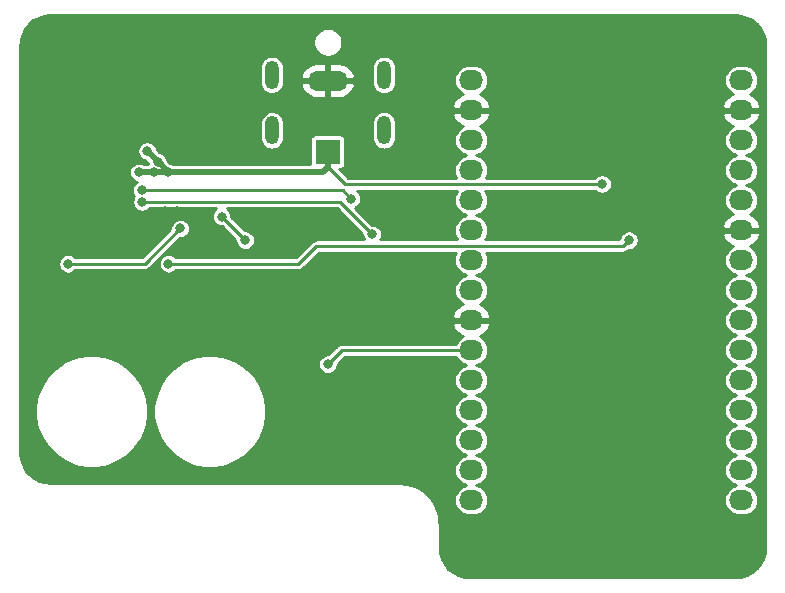
<source format=gbr>
G04 #@! TF.GenerationSoftware,KiCad,Pcbnew,5.1.5-52549c5~84~ubuntu18.04.1*
G04 #@! TF.CreationDate,2020-03-16T02:25:55+00:00*
G04 #@! TF.ProjectId,polariser_drive,706f6c61-7269-4736-9572-5f6472697665,rev?*
G04 #@! TF.SameCoordinates,Original*
G04 #@! TF.FileFunction,Copper,L2,Bot*
G04 #@! TF.FilePolarity,Positive*
%FSLAX46Y46*%
G04 Gerber Fmt 4.6, Leading zero omitted, Abs format (unit mm)*
G04 Created by KiCad (PCBNEW 5.1.5-52549c5~84~ubuntu18.04.1) date 2020-03-16 02:25:55*
%MOMM*%
%LPD*%
G04 APERTURE LIST*
%ADD10O,2.032000X1.727200*%
%ADD11O,1.200000X2.400000*%
%ADD12O,3.400000X1.700000*%
%ADD13R,2.100000X2.100000*%
%ADD14C,0.800000*%
%ADD15C,0.250000*%
%ADD16C,0.500000*%
%ADD17C,0.254000*%
G04 APERTURE END LIST*
D10*
X87140000Y-67460000D03*
X87140000Y-62380000D03*
X87140000Y-64920000D03*
X87140000Y-44600000D03*
X87140000Y-47140000D03*
X87140000Y-52220000D03*
X87140000Y-49680000D03*
X87140000Y-34440000D03*
X87140000Y-54760000D03*
X87140000Y-59840000D03*
X87140000Y-57300000D03*
X87140000Y-42060000D03*
X87140000Y-36980000D03*
X87140000Y-39520000D03*
X87140000Y-70000000D03*
X110000000Y-34440000D03*
X110000000Y-36980000D03*
X110000000Y-39520000D03*
X110000000Y-42060000D03*
X110000000Y-44600000D03*
X110000000Y-47140000D03*
X110000000Y-49680000D03*
X110000000Y-52220000D03*
X110000000Y-54760000D03*
X110000000Y-57300000D03*
X110000000Y-59840000D03*
X110000000Y-62380000D03*
X110000000Y-64920000D03*
X110000000Y-67460000D03*
X110000000Y-70000000D03*
D11*
X70250000Y-34000000D03*
X79750000Y-34000000D03*
X70250000Y-38700000D03*
X79750000Y-38700000D03*
D12*
X75000000Y-34500000D03*
D13*
X75000000Y-40500000D03*
D14*
X66750000Y-56000000D03*
X68750000Y-58000000D03*
X62500000Y-36750000D03*
X61500000Y-36250000D03*
X62500000Y-35750000D03*
X80500000Y-55000000D03*
X72000000Y-55000000D03*
X70000000Y-53000000D03*
X66000000Y-51000000D03*
X54000000Y-38000000D03*
X70000000Y-46000000D03*
X77000000Y-62000000D03*
X73500000Y-58500000D03*
X84000000Y-61000000D03*
X80500000Y-46000000D03*
X101500000Y-35500000D03*
X102500000Y-35500000D03*
X103500000Y-35500000D03*
X96500000Y-35500000D03*
X97500000Y-35500000D03*
X98500000Y-35500000D03*
X99000000Y-41500000D03*
X101000000Y-41500000D03*
X92500000Y-70000000D03*
X92500000Y-67500000D03*
X105000000Y-70000000D03*
X105000000Y-67500000D03*
X105000000Y-50000000D03*
X105000000Y-52500000D03*
X92500000Y-52500000D03*
X92500000Y-50000000D03*
X72500000Y-67500000D03*
X75000000Y-67500000D03*
X80000000Y-67500000D03*
X82500000Y-67500000D03*
X77500000Y-67500000D03*
X66500000Y-34000000D03*
X66500000Y-30000000D03*
X68000000Y-30000000D03*
X68000000Y-34000000D03*
X55750000Y-44000000D03*
X56750000Y-44000000D03*
X56250000Y-45000000D03*
X61250000Y-45500000D03*
X62250000Y-45500000D03*
X56000000Y-51500000D03*
X100500000Y-48000000D03*
X61500000Y-50000000D03*
X98225000Y-43250000D03*
X61500000Y-42250000D03*
X60600000Y-41350000D03*
X60250000Y-42250000D03*
X59000000Y-42250000D03*
X59700000Y-40450000D03*
X68000000Y-48000000D03*
X66000000Y-46000000D03*
X53000000Y-50000000D03*
X62500000Y-47000000D03*
X75000000Y-58500000D03*
X59262653Y-44762653D03*
X78750000Y-47500000D03*
X59250000Y-43750000D03*
X77000000Y-44500000D03*
D15*
X109480000Y-37500000D02*
X110000000Y-36980000D01*
X69041839Y-38000000D02*
X72541839Y-34500000D01*
X73050000Y-34500000D02*
X75000000Y-34500000D01*
X54000000Y-38000000D02*
X69041839Y-38000000D01*
X72541839Y-34500000D02*
X73050000Y-34500000D01*
X100008610Y-48491390D02*
X100500000Y-48000000D01*
X72500000Y-50000000D02*
X74008610Y-48491390D01*
X74008610Y-48491390D02*
X100008610Y-48491390D01*
X72500000Y-50000000D02*
X61500000Y-50000000D01*
X76448610Y-43248610D02*
X76000000Y-42800000D01*
X76000000Y-42800000D02*
X75000000Y-41800000D01*
X76448610Y-43248610D02*
X98223610Y-43248610D01*
X98223610Y-43248610D02*
X98225000Y-43250000D01*
D16*
X74600000Y-42200000D02*
X75000000Y-41800000D01*
X75000000Y-41800000D02*
X75000000Y-40500000D01*
X61500000Y-42250000D02*
X60250000Y-42250000D01*
X60250000Y-42250000D02*
X59000000Y-42250000D01*
X59000000Y-42250000D02*
X59000000Y-42250000D01*
X60750000Y-41500000D02*
X61500000Y-42250000D01*
X59700000Y-40450000D02*
X60750000Y-41500000D01*
X74550000Y-42250000D02*
X74600000Y-42200000D01*
X61500000Y-42250000D02*
X74550000Y-42250000D01*
D15*
X68000000Y-48000000D02*
X66000000Y-46000000D01*
X53000000Y-50000000D02*
X59500000Y-50000000D01*
X59500000Y-50000000D02*
X62500000Y-47000000D01*
X76200000Y-57300000D02*
X87140000Y-57300000D01*
X75000000Y-58500000D02*
X76200000Y-57300000D01*
X69835655Y-44762653D02*
X69848308Y-44750000D01*
X59262653Y-44762653D02*
X69835655Y-44762653D01*
X69848308Y-44750000D02*
X76000000Y-44750000D01*
X76000000Y-44750000D02*
X78750000Y-47500000D01*
X59250000Y-43750000D02*
X76000000Y-43750000D01*
X76000000Y-43750000D02*
X76025306Y-43750000D01*
X76250000Y-43750000D02*
X76000000Y-43750000D01*
X77000000Y-44500000D02*
X76250000Y-43750000D01*
D17*
G36*
X109994492Y-29002654D02*
G01*
X110470137Y-29146259D01*
X110908843Y-29379522D01*
X111293880Y-29693551D01*
X111610592Y-30076390D01*
X111846907Y-30513447D01*
X111993835Y-30988091D01*
X112048001Y-31503448D01*
X112048000Y-73977892D01*
X111997347Y-74494487D01*
X111853740Y-74970141D01*
X111620478Y-75408842D01*
X111306449Y-75793880D01*
X110923610Y-76110592D01*
X110486552Y-76346908D01*
X110011909Y-76493835D01*
X109496560Y-76548000D01*
X87022108Y-76548000D01*
X86505513Y-76497347D01*
X86029859Y-76353740D01*
X85591158Y-76120478D01*
X85206120Y-75806449D01*
X84889408Y-75423610D01*
X84653092Y-74986552D01*
X84506165Y-74511909D01*
X84452000Y-73996560D01*
X84452000Y-71977795D01*
X84449936Y-71956839D01*
X84450067Y-71938090D01*
X84449451Y-71931809D01*
X84388250Y-71349519D01*
X84380012Y-71309388D01*
X84372336Y-71269148D01*
X84370512Y-71263106D01*
X84197375Y-70703792D01*
X84181484Y-70665989D01*
X84166153Y-70628044D01*
X84163190Y-70622471D01*
X84163190Y-70622470D01*
X84163187Y-70622466D01*
X83884714Y-70107439D01*
X83861808Y-70073479D01*
X83839374Y-70039196D01*
X83835385Y-70034305D01*
X83462175Y-69583172D01*
X83433125Y-69554324D01*
X83404444Y-69525036D01*
X83399581Y-69521013D01*
X82945852Y-69150961D01*
X82911740Y-69128297D01*
X82877928Y-69105145D01*
X82872381Y-69102147D01*
X82872377Y-69102144D01*
X82872373Y-69102142D01*
X82355412Y-68827269D01*
X82317498Y-68811642D01*
X82279882Y-68795520D01*
X82273853Y-68793653D01*
X81713345Y-68624427D01*
X81673162Y-68616470D01*
X81633087Y-68607952D01*
X81626810Y-68607292D01*
X81044108Y-68550157D01*
X81044105Y-68550157D01*
X81022205Y-68548000D01*
X51522108Y-68548000D01*
X51005513Y-68497347D01*
X50529859Y-68353740D01*
X50091158Y-68120478D01*
X49706120Y-67806449D01*
X49389408Y-67423610D01*
X49153092Y-66986552D01*
X49006165Y-66511909D01*
X48952000Y-65996560D01*
X48952000Y-62029507D01*
X50223000Y-62029507D01*
X50223000Y-62970493D01*
X50406577Y-63893400D01*
X50766677Y-64762758D01*
X51289462Y-65545160D01*
X51954840Y-66210538D01*
X52737242Y-66733323D01*
X53606600Y-67093423D01*
X54529507Y-67277000D01*
X55470493Y-67277000D01*
X56393400Y-67093423D01*
X57262758Y-66733323D01*
X58045160Y-66210538D01*
X58710538Y-65545160D01*
X59233323Y-64762758D01*
X59593423Y-63893400D01*
X59777000Y-62970493D01*
X59777000Y-62029507D01*
X60223000Y-62029507D01*
X60223000Y-62970493D01*
X60406577Y-63893400D01*
X60766677Y-64762758D01*
X61289462Y-65545160D01*
X61954840Y-66210538D01*
X62737242Y-66733323D01*
X63606600Y-67093423D01*
X64529507Y-67277000D01*
X65470493Y-67277000D01*
X66393400Y-67093423D01*
X67262758Y-66733323D01*
X68045160Y-66210538D01*
X68710538Y-65545160D01*
X69233323Y-64762758D01*
X69593423Y-63893400D01*
X69777000Y-62970493D01*
X69777000Y-62029507D01*
X69593423Y-61106600D01*
X69233323Y-60237242D01*
X68710538Y-59454840D01*
X68045160Y-58789462D01*
X67490049Y-58418548D01*
X74173000Y-58418548D01*
X74173000Y-58581452D01*
X74204782Y-58741227D01*
X74267123Y-58891731D01*
X74357628Y-59027181D01*
X74472819Y-59142372D01*
X74608269Y-59232877D01*
X74758773Y-59295218D01*
X74918548Y-59327000D01*
X75081452Y-59327000D01*
X75241227Y-59295218D01*
X75391731Y-59232877D01*
X75527181Y-59142372D01*
X75642372Y-59027181D01*
X75732877Y-58891731D01*
X75795218Y-58741227D01*
X75827000Y-58581452D01*
X75827000Y-58453645D01*
X76428646Y-57852000D01*
X85819255Y-57852000D01*
X85909314Y-58020488D01*
X86070593Y-58217007D01*
X86267112Y-58378286D01*
X86491319Y-58498128D01*
X86728249Y-58570000D01*
X86491319Y-58641872D01*
X86267112Y-58761714D01*
X86070593Y-58922993D01*
X85909314Y-59119512D01*
X85789472Y-59343719D01*
X85715674Y-59586998D01*
X85690756Y-59840000D01*
X85715674Y-60093002D01*
X85789472Y-60336281D01*
X85909314Y-60560488D01*
X86070593Y-60757007D01*
X86267112Y-60918286D01*
X86491319Y-61038128D01*
X86728249Y-61110000D01*
X86491319Y-61181872D01*
X86267112Y-61301714D01*
X86070593Y-61462993D01*
X85909314Y-61659512D01*
X85789472Y-61883719D01*
X85715674Y-62126998D01*
X85690756Y-62380000D01*
X85715674Y-62633002D01*
X85789472Y-62876281D01*
X85909314Y-63100488D01*
X86070593Y-63297007D01*
X86267112Y-63458286D01*
X86491319Y-63578128D01*
X86728249Y-63650000D01*
X86491319Y-63721872D01*
X86267112Y-63841714D01*
X86070593Y-64002993D01*
X85909314Y-64199512D01*
X85789472Y-64423719D01*
X85715674Y-64666998D01*
X85690756Y-64920000D01*
X85715674Y-65173002D01*
X85789472Y-65416281D01*
X85909314Y-65640488D01*
X86070593Y-65837007D01*
X86267112Y-65998286D01*
X86491319Y-66118128D01*
X86728249Y-66190000D01*
X86491319Y-66261872D01*
X86267112Y-66381714D01*
X86070593Y-66542993D01*
X85909314Y-66739512D01*
X85789472Y-66963719D01*
X85715674Y-67206998D01*
X85690756Y-67460000D01*
X85715674Y-67713002D01*
X85789472Y-67956281D01*
X85909314Y-68180488D01*
X86070593Y-68377007D01*
X86267112Y-68538286D01*
X86491319Y-68658128D01*
X86728249Y-68730000D01*
X86491319Y-68801872D01*
X86267112Y-68921714D01*
X86070593Y-69082993D01*
X85909314Y-69279512D01*
X85789472Y-69503719D01*
X85715674Y-69746998D01*
X85690756Y-70000000D01*
X85715674Y-70253002D01*
X85789472Y-70496281D01*
X85909314Y-70720488D01*
X86070593Y-70917007D01*
X86267112Y-71078286D01*
X86491319Y-71198128D01*
X86734598Y-71271926D01*
X86924202Y-71290600D01*
X87355798Y-71290600D01*
X87545402Y-71271926D01*
X87788681Y-71198128D01*
X88012888Y-71078286D01*
X88209407Y-70917007D01*
X88370686Y-70720488D01*
X88490528Y-70496281D01*
X88564326Y-70253002D01*
X88589244Y-70000000D01*
X88564326Y-69746998D01*
X88490528Y-69503719D01*
X88370686Y-69279512D01*
X88209407Y-69082993D01*
X88012888Y-68921714D01*
X87788681Y-68801872D01*
X87551751Y-68730000D01*
X87788681Y-68658128D01*
X88012888Y-68538286D01*
X88209407Y-68377007D01*
X88370686Y-68180488D01*
X88490528Y-67956281D01*
X88564326Y-67713002D01*
X88589244Y-67460000D01*
X88564326Y-67206998D01*
X88490528Y-66963719D01*
X88370686Y-66739512D01*
X88209407Y-66542993D01*
X88012888Y-66381714D01*
X87788681Y-66261872D01*
X87551751Y-66190000D01*
X87788681Y-66118128D01*
X88012888Y-65998286D01*
X88209407Y-65837007D01*
X88370686Y-65640488D01*
X88490528Y-65416281D01*
X88564326Y-65173002D01*
X88589244Y-64920000D01*
X88564326Y-64666998D01*
X88490528Y-64423719D01*
X88370686Y-64199512D01*
X88209407Y-64002993D01*
X88012888Y-63841714D01*
X87788681Y-63721872D01*
X87551751Y-63650000D01*
X87788681Y-63578128D01*
X88012888Y-63458286D01*
X88209407Y-63297007D01*
X88370686Y-63100488D01*
X88490528Y-62876281D01*
X88564326Y-62633002D01*
X88589244Y-62380000D01*
X88564326Y-62126998D01*
X88490528Y-61883719D01*
X88370686Y-61659512D01*
X88209407Y-61462993D01*
X88012888Y-61301714D01*
X87788681Y-61181872D01*
X87551751Y-61110000D01*
X87788681Y-61038128D01*
X88012888Y-60918286D01*
X88209407Y-60757007D01*
X88370686Y-60560488D01*
X88490528Y-60336281D01*
X88564326Y-60093002D01*
X88589244Y-59840000D01*
X88564326Y-59586998D01*
X88490528Y-59343719D01*
X88370686Y-59119512D01*
X88209407Y-58922993D01*
X88012888Y-58761714D01*
X87788681Y-58641872D01*
X87551751Y-58570000D01*
X87788681Y-58498128D01*
X88012888Y-58378286D01*
X88209407Y-58217007D01*
X88370686Y-58020488D01*
X88490528Y-57796281D01*
X88564326Y-57553002D01*
X88589244Y-57300000D01*
X88564326Y-57046998D01*
X88490528Y-56803719D01*
X88370686Y-56579512D01*
X88209407Y-56382993D01*
X88012888Y-56221714D01*
X87862184Y-56141160D01*
X88054321Y-56051954D01*
X88291729Y-55878486D01*
X88490733Y-55662035D01*
X88643686Y-55410919D01*
X88744709Y-55134789D01*
X88747358Y-55119026D01*
X88626217Y-54887000D01*
X87267000Y-54887000D01*
X87267000Y-54907000D01*
X87013000Y-54907000D01*
X87013000Y-54887000D01*
X85653783Y-54887000D01*
X85532642Y-55119026D01*
X85535291Y-55134789D01*
X85636314Y-55410919D01*
X85789267Y-55662035D01*
X85988271Y-55878486D01*
X86225679Y-56051954D01*
X86417816Y-56141160D01*
X86267112Y-56221714D01*
X86070593Y-56382993D01*
X85909314Y-56579512D01*
X85819255Y-56748000D01*
X76227097Y-56748000D01*
X76199999Y-56745331D01*
X76172901Y-56748000D01*
X76172891Y-56748000D01*
X76091789Y-56755988D01*
X75987737Y-56787552D01*
X75957491Y-56803719D01*
X75891841Y-56838809D01*
X75834679Y-56885721D01*
X75807789Y-56907789D01*
X75790508Y-56928846D01*
X75046355Y-57673000D01*
X74918548Y-57673000D01*
X74758773Y-57704782D01*
X74608269Y-57767123D01*
X74472819Y-57857628D01*
X74357628Y-57972819D01*
X74267123Y-58108269D01*
X74204782Y-58258773D01*
X74173000Y-58418548D01*
X67490049Y-58418548D01*
X67262758Y-58266677D01*
X66393400Y-57906577D01*
X65470493Y-57723000D01*
X64529507Y-57723000D01*
X63606600Y-57906577D01*
X62737242Y-58266677D01*
X61954840Y-58789462D01*
X61289462Y-59454840D01*
X60766677Y-60237242D01*
X60406577Y-61106600D01*
X60223000Y-62029507D01*
X59777000Y-62029507D01*
X59593423Y-61106600D01*
X59233323Y-60237242D01*
X58710538Y-59454840D01*
X58045160Y-58789462D01*
X57262758Y-58266677D01*
X56393400Y-57906577D01*
X55470493Y-57723000D01*
X54529507Y-57723000D01*
X53606600Y-57906577D01*
X52737242Y-58266677D01*
X51954840Y-58789462D01*
X51289462Y-59454840D01*
X50766677Y-60237242D01*
X50406577Y-61106600D01*
X50223000Y-62029507D01*
X48952000Y-62029507D01*
X48952000Y-49918548D01*
X52173000Y-49918548D01*
X52173000Y-50081452D01*
X52204782Y-50241227D01*
X52267123Y-50391731D01*
X52357628Y-50527181D01*
X52472819Y-50642372D01*
X52608269Y-50732877D01*
X52758773Y-50795218D01*
X52918548Y-50827000D01*
X53081452Y-50827000D01*
X53241227Y-50795218D01*
X53391731Y-50732877D01*
X53527181Y-50642372D01*
X53617553Y-50552000D01*
X59472894Y-50552000D01*
X59500000Y-50554670D01*
X59527106Y-50552000D01*
X59527109Y-50552000D01*
X59608211Y-50544012D01*
X59712263Y-50512448D01*
X59808158Y-50461191D01*
X59892211Y-50392211D01*
X59909501Y-50371144D01*
X62453646Y-47827000D01*
X62581452Y-47827000D01*
X62741227Y-47795218D01*
X62891731Y-47732877D01*
X63027181Y-47642372D01*
X63142372Y-47527181D01*
X63232877Y-47391731D01*
X63295218Y-47241227D01*
X63327000Y-47081452D01*
X63327000Y-46918548D01*
X63295218Y-46758773D01*
X63232877Y-46608269D01*
X63142372Y-46472819D01*
X63027181Y-46357628D01*
X62891731Y-46267123D01*
X62741227Y-46204782D01*
X62581452Y-46173000D01*
X62418548Y-46173000D01*
X62258773Y-46204782D01*
X62108269Y-46267123D01*
X61972819Y-46357628D01*
X61857628Y-46472819D01*
X61767123Y-46608269D01*
X61704782Y-46758773D01*
X61673000Y-46918548D01*
X61673000Y-47046354D01*
X59271356Y-49448000D01*
X53617553Y-49448000D01*
X53527181Y-49357628D01*
X53391731Y-49267123D01*
X53241227Y-49204782D01*
X53081452Y-49173000D01*
X52918548Y-49173000D01*
X52758773Y-49204782D01*
X52608269Y-49267123D01*
X52472819Y-49357628D01*
X52357628Y-49472819D01*
X52267123Y-49608269D01*
X52204782Y-49758773D01*
X52173000Y-49918548D01*
X48952000Y-49918548D01*
X48952000Y-42168548D01*
X58173000Y-42168548D01*
X58173000Y-42331452D01*
X58204782Y-42491227D01*
X58267123Y-42641731D01*
X58357628Y-42777181D01*
X58472819Y-42892372D01*
X58608269Y-42982877D01*
X58758773Y-43045218D01*
X58803043Y-43054024D01*
X58722819Y-43107628D01*
X58607628Y-43222819D01*
X58517123Y-43358269D01*
X58454782Y-43508773D01*
X58423000Y-43668548D01*
X58423000Y-43831452D01*
X58454782Y-43991227D01*
X58517123Y-44141731D01*
X58600020Y-44265795D01*
X58529776Y-44370922D01*
X58467435Y-44521426D01*
X58435653Y-44681201D01*
X58435653Y-44844105D01*
X58467435Y-45003880D01*
X58529776Y-45154384D01*
X58620281Y-45289834D01*
X58735472Y-45405025D01*
X58870922Y-45495530D01*
X59021426Y-45557871D01*
X59181201Y-45589653D01*
X59344105Y-45589653D01*
X59503880Y-45557871D01*
X59654384Y-45495530D01*
X59789834Y-45405025D01*
X59880206Y-45314653D01*
X65537135Y-45314653D01*
X65472819Y-45357628D01*
X65357628Y-45472819D01*
X65267123Y-45608269D01*
X65204782Y-45758773D01*
X65173000Y-45918548D01*
X65173000Y-46081452D01*
X65204782Y-46241227D01*
X65267123Y-46391731D01*
X65357628Y-46527181D01*
X65472819Y-46642372D01*
X65608269Y-46732877D01*
X65758773Y-46795218D01*
X65918548Y-46827000D01*
X66046356Y-46827000D01*
X67173000Y-47953646D01*
X67173000Y-48081452D01*
X67204782Y-48241227D01*
X67267123Y-48391731D01*
X67357628Y-48527181D01*
X67472819Y-48642372D01*
X67608269Y-48732877D01*
X67758773Y-48795218D01*
X67918548Y-48827000D01*
X68081452Y-48827000D01*
X68241227Y-48795218D01*
X68391731Y-48732877D01*
X68527181Y-48642372D01*
X68642372Y-48527181D01*
X68732877Y-48391731D01*
X68795218Y-48241227D01*
X68827000Y-48081452D01*
X68827000Y-47918548D01*
X68795218Y-47758773D01*
X68732877Y-47608269D01*
X68642372Y-47472819D01*
X68527181Y-47357628D01*
X68391731Y-47267123D01*
X68241227Y-47204782D01*
X68081452Y-47173000D01*
X67953646Y-47173000D01*
X66827000Y-46046356D01*
X66827000Y-45918548D01*
X66795218Y-45758773D01*
X66732877Y-45608269D01*
X66642372Y-45472819D01*
X66527181Y-45357628D01*
X66462865Y-45314653D01*
X69808549Y-45314653D01*
X69835655Y-45317323D01*
X69862761Y-45314653D01*
X69862764Y-45314653D01*
X69943866Y-45306665D01*
X69959244Y-45302000D01*
X75771356Y-45302000D01*
X77923000Y-47453646D01*
X77923000Y-47581452D01*
X77954782Y-47741227D01*
X78017123Y-47891731D01*
X78048968Y-47939390D01*
X74035718Y-47939390D01*
X74008610Y-47936720D01*
X73900399Y-47947378D01*
X73796347Y-47978942D01*
X73700452Y-48030199D01*
X73638000Y-48081452D01*
X73616399Y-48099179D01*
X73599118Y-48120236D01*
X72271356Y-49448000D01*
X62117553Y-49448000D01*
X62027181Y-49357628D01*
X61891731Y-49267123D01*
X61741227Y-49204782D01*
X61581452Y-49173000D01*
X61418548Y-49173000D01*
X61258773Y-49204782D01*
X61108269Y-49267123D01*
X60972819Y-49357628D01*
X60857628Y-49472819D01*
X60767123Y-49608269D01*
X60704782Y-49758773D01*
X60673000Y-49918548D01*
X60673000Y-50081452D01*
X60704782Y-50241227D01*
X60767123Y-50391731D01*
X60857628Y-50527181D01*
X60972819Y-50642372D01*
X61108269Y-50732877D01*
X61258773Y-50795218D01*
X61418548Y-50827000D01*
X61581452Y-50827000D01*
X61741227Y-50795218D01*
X61891731Y-50732877D01*
X62027181Y-50642372D01*
X62117553Y-50552000D01*
X72472894Y-50552000D01*
X72500000Y-50554670D01*
X72527106Y-50552000D01*
X72527109Y-50552000D01*
X72608211Y-50544012D01*
X72712263Y-50512448D01*
X72808158Y-50461191D01*
X72892211Y-50392211D01*
X72909500Y-50371144D01*
X74237256Y-49043390D01*
X85864480Y-49043390D01*
X85789472Y-49183719D01*
X85715674Y-49426998D01*
X85690756Y-49680000D01*
X85715674Y-49933002D01*
X85789472Y-50176281D01*
X85909314Y-50400488D01*
X86070593Y-50597007D01*
X86267112Y-50758286D01*
X86491319Y-50878128D01*
X86728249Y-50950000D01*
X86491319Y-51021872D01*
X86267112Y-51141714D01*
X86070593Y-51302993D01*
X85909314Y-51499512D01*
X85789472Y-51723719D01*
X85715674Y-51966998D01*
X85690756Y-52220000D01*
X85715674Y-52473002D01*
X85789472Y-52716281D01*
X85909314Y-52940488D01*
X86070593Y-53137007D01*
X86267112Y-53298286D01*
X86417816Y-53378840D01*
X86225679Y-53468046D01*
X85988271Y-53641514D01*
X85789267Y-53857965D01*
X85636314Y-54109081D01*
X85535291Y-54385211D01*
X85532642Y-54400974D01*
X85653783Y-54633000D01*
X87013000Y-54633000D01*
X87013000Y-54613000D01*
X87267000Y-54613000D01*
X87267000Y-54633000D01*
X88626217Y-54633000D01*
X88747358Y-54400974D01*
X88744709Y-54385211D01*
X88643686Y-54109081D01*
X88490733Y-53857965D01*
X88291729Y-53641514D01*
X88054321Y-53468046D01*
X87862184Y-53378840D01*
X88012888Y-53298286D01*
X88209407Y-53137007D01*
X88370686Y-52940488D01*
X88490528Y-52716281D01*
X88564326Y-52473002D01*
X88589244Y-52220000D01*
X88564326Y-51966998D01*
X88490528Y-51723719D01*
X88370686Y-51499512D01*
X88209407Y-51302993D01*
X88012888Y-51141714D01*
X87788681Y-51021872D01*
X87551751Y-50950000D01*
X87788681Y-50878128D01*
X88012888Y-50758286D01*
X88209407Y-50597007D01*
X88370686Y-50400488D01*
X88490528Y-50176281D01*
X88564326Y-49933002D01*
X88589244Y-49680000D01*
X88564326Y-49426998D01*
X88490528Y-49183719D01*
X88415520Y-49043390D01*
X99981504Y-49043390D01*
X100008610Y-49046060D01*
X100035716Y-49043390D01*
X100035719Y-49043390D01*
X100116821Y-49035402D01*
X100220873Y-49003838D01*
X100316768Y-48952581D01*
X100400821Y-48883601D01*
X100418110Y-48862534D01*
X100453644Y-48827000D01*
X100581452Y-48827000D01*
X100741227Y-48795218D01*
X100891731Y-48732877D01*
X101027181Y-48642372D01*
X101142372Y-48527181D01*
X101232877Y-48391731D01*
X101295218Y-48241227D01*
X101327000Y-48081452D01*
X101327000Y-47918548D01*
X101295218Y-47758773D01*
X101232877Y-47608269D01*
X101159883Y-47499026D01*
X108392642Y-47499026D01*
X108395291Y-47514789D01*
X108496314Y-47790919D01*
X108649267Y-48042035D01*
X108848271Y-48258486D01*
X109085679Y-48431954D01*
X109277816Y-48521160D01*
X109127112Y-48601714D01*
X108930593Y-48762993D01*
X108769314Y-48959512D01*
X108649472Y-49183719D01*
X108575674Y-49426998D01*
X108550756Y-49680000D01*
X108575674Y-49933002D01*
X108649472Y-50176281D01*
X108769314Y-50400488D01*
X108930593Y-50597007D01*
X109127112Y-50758286D01*
X109351319Y-50878128D01*
X109588249Y-50950000D01*
X109351319Y-51021872D01*
X109127112Y-51141714D01*
X108930593Y-51302993D01*
X108769314Y-51499512D01*
X108649472Y-51723719D01*
X108575674Y-51966998D01*
X108550756Y-52220000D01*
X108575674Y-52473002D01*
X108649472Y-52716281D01*
X108769314Y-52940488D01*
X108930593Y-53137007D01*
X109127112Y-53298286D01*
X109351319Y-53418128D01*
X109588249Y-53490000D01*
X109351319Y-53561872D01*
X109127112Y-53681714D01*
X108930593Y-53842993D01*
X108769314Y-54039512D01*
X108649472Y-54263719D01*
X108575674Y-54506998D01*
X108550756Y-54760000D01*
X108575674Y-55013002D01*
X108649472Y-55256281D01*
X108769314Y-55480488D01*
X108930593Y-55677007D01*
X109127112Y-55838286D01*
X109351319Y-55958128D01*
X109588249Y-56030000D01*
X109351319Y-56101872D01*
X109127112Y-56221714D01*
X108930593Y-56382993D01*
X108769314Y-56579512D01*
X108649472Y-56803719D01*
X108575674Y-57046998D01*
X108550756Y-57300000D01*
X108575674Y-57553002D01*
X108649472Y-57796281D01*
X108769314Y-58020488D01*
X108930593Y-58217007D01*
X109127112Y-58378286D01*
X109351319Y-58498128D01*
X109588249Y-58570000D01*
X109351319Y-58641872D01*
X109127112Y-58761714D01*
X108930593Y-58922993D01*
X108769314Y-59119512D01*
X108649472Y-59343719D01*
X108575674Y-59586998D01*
X108550756Y-59840000D01*
X108575674Y-60093002D01*
X108649472Y-60336281D01*
X108769314Y-60560488D01*
X108930593Y-60757007D01*
X109127112Y-60918286D01*
X109351319Y-61038128D01*
X109588249Y-61110000D01*
X109351319Y-61181872D01*
X109127112Y-61301714D01*
X108930593Y-61462993D01*
X108769314Y-61659512D01*
X108649472Y-61883719D01*
X108575674Y-62126998D01*
X108550756Y-62380000D01*
X108575674Y-62633002D01*
X108649472Y-62876281D01*
X108769314Y-63100488D01*
X108930593Y-63297007D01*
X109127112Y-63458286D01*
X109351319Y-63578128D01*
X109588249Y-63650000D01*
X109351319Y-63721872D01*
X109127112Y-63841714D01*
X108930593Y-64002993D01*
X108769314Y-64199512D01*
X108649472Y-64423719D01*
X108575674Y-64666998D01*
X108550756Y-64920000D01*
X108575674Y-65173002D01*
X108649472Y-65416281D01*
X108769314Y-65640488D01*
X108930593Y-65837007D01*
X109127112Y-65998286D01*
X109351319Y-66118128D01*
X109588249Y-66190000D01*
X109351319Y-66261872D01*
X109127112Y-66381714D01*
X108930593Y-66542993D01*
X108769314Y-66739512D01*
X108649472Y-66963719D01*
X108575674Y-67206998D01*
X108550756Y-67460000D01*
X108575674Y-67713002D01*
X108649472Y-67956281D01*
X108769314Y-68180488D01*
X108930593Y-68377007D01*
X109127112Y-68538286D01*
X109351319Y-68658128D01*
X109588249Y-68730000D01*
X109351319Y-68801872D01*
X109127112Y-68921714D01*
X108930593Y-69082993D01*
X108769314Y-69279512D01*
X108649472Y-69503719D01*
X108575674Y-69746998D01*
X108550756Y-70000000D01*
X108575674Y-70253002D01*
X108649472Y-70496281D01*
X108769314Y-70720488D01*
X108930593Y-70917007D01*
X109127112Y-71078286D01*
X109351319Y-71198128D01*
X109594598Y-71271926D01*
X109784202Y-71290600D01*
X110215798Y-71290600D01*
X110405402Y-71271926D01*
X110648681Y-71198128D01*
X110872888Y-71078286D01*
X111069407Y-70917007D01*
X111230686Y-70720488D01*
X111350528Y-70496281D01*
X111424326Y-70253002D01*
X111449244Y-70000000D01*
X111424326Y-69746998D01*
X111350528Y-69503719D01*
X111230686Y-69279512D01*
X111069407Y-69082993D01*
X110872888Y-68921714D01*
X110648681Y-68801872D01*
X110411751Y-68730000D01*
X110648681Y-68658128D01*
X110872888Y-68538286D01*
X111069407Y-68377007D01*
X111230686Y-68180488D01*
X111350528Y-67956281D01*
X111424326Y-67713002D01*
X111449244Y-67460000D01*
X111424326Y-67206998D01*
X111350528Y-66963719D01*
X111230686Y-66739512D01*
X111069407Y-66542993D01*
X110872888Y-66381714D01*
X110648681Y-66261872D01*
X110411751Y-66190000D01*
X110648681Y-66118128D01*
X110872888Y-65998286D01*
X111069407Y-65837007D01*
X111230686Y-65640488D01*
X111350528Y-65416281D01*
X111424326Y-65173002D01*
X111449244Y-64920000D01*
X111424326Y-64666998D01*
X111350528Y-64423719D01*
X111230686Y-64199512D01*
X111069407Y-64002993D01*
X110872888Y-63841714D01*
X110648681Y-63721872D01*
X110411751Y-63650000D01*
X110648681Y-63578128D01*
X110872888Y-63458286D01*
X111069407Y-63297007D01*
X111230686Y-63100488D01*
X111350528Y-62876281D01*
X111424326Y-62633002D01*
X111449244Y-62380000D01*
X111424326Y-62126998D01*
X111350528Y-61883719D01*
X111230686Y-61659512D01*
X111069407Y-61462993D01*
X110872888Y-61301714D01*
X110648681Y-61181872D01*
X110411751Y-61110000D01*
X110648681Y-61038128D01*
X110872888Y-60918286D01*
X111069407Y-60757007D01*
X111230686Y-60560488D01*
X111350528Y-60336281D01*
X111424326Y-60093002D01*
X111449244Y-59840000D01*
X111424326Y-59586998D01*
X111350528Y-59343719D01*
X111230686Y-59119512D01*
X111069407Y-58922993D01*
X110872888Y-58761714D01*
X110648681Y-58641872D01*
X110411751Y-58570000D01*
X110648681Y-58498128D01*
X110872888Y-58378286D01*
X111069407Y-58217007D01*
X111230686Y-58020488D01*
X111350528Y-57796281D01*
X111424326Y-57553002D01*
X111449244Y-57300000D01*
X111424326Y-57046998D01*
X111350528Y-56803719D01*
X111230686Y-56579512D01*
X111069407Y-56382993D01*
X110872888Y-56221714D01*
X110648681Y-56101872D01*
X110411751Y-56030000D01*
X110648681Y-55958128D01*
X110872888Y-55838286D01*
X111069407Y-55677007D01*
X111230686Y-55480488D01*
X111350528Y-55256281D01*
X111424326Y-55013002D01*
X111449244Y-54760000D01*
X111424326Y-54506998D01*
X111350528Y-54263719D01*
X111230686Y-54039512D01*
X111069407Y-53842993D01*
X110872888Y-53681714D01*
X110648681Y-53561872D01*
X110411751Y-53490000D01*
X110648681Y-53418128D01*
X110872888Y-53298286D01*
X111069407Y-53137007D01*
X111230686Y-52940488D01*
X111350528Y-52716281D01*
X111424326Y-52473002D01*
X111449244Y-52220000D01*
X111424326Y-51966998D01*
X111350528Y-51723719D01*
X111230686Y-51499512D01*
X111069407Y-51302993D01*
X110872888Y-51141714D01*
X110648681Y-51021872D01*
X110411751Y-50950000D01*
X110648681Y-50878128D01*
X110872888Y-50758286D01*
X111069407Y-50597007D01*
X111230686Y-50400488D01*
X111350528Y-50176281D01*
X111424326Y-49933002D01*
X111449244Y-49680000D01*
X111424326Y-49426998D01*
X111350528Y-49183719D01*
X111230686Y-48959512D01*
X111069407Y-48762993D01*
X110872888Y-48601714D01*
X110722184Y-48521160D01*
X110914321Y-48431954D01*
X111151729Y-48258486D01*
X111350733Y-48042035D01*
X111503686Y-47790919D01*
X111604709Y-47514789D01*
X111607358Y-47499026D01*
X111486217Y-47267000D01*
X110127000Y-47267000D01*
X110127000Y-47287000D01*
X109873000Y-47287000D01*
X109873000Y-47267000D01*
X108513783Y-47267000D01*
X108392642Y-47499026D01*
X101159883Y-47499026D01*
X101142372Y-47472819D01*
X101027181Y-47357628D01*
X100891731Y-47267123D01*
X100741227Y-47204782D01*
X100581452Y-47173000D01*
X100418548Y-47173000D01*
X100258773Y-47204782D01*
X100108269Y-47267123D01*
X99972819Y-47357628D01*
X99857628Y-47472819D01*
X99767123Y-47608269D01*
X99704782Y-47758773D01*
X99673000Y-47918548D01*
X99673000Y-47939390D01*
X88305933Y-47939390D01*
X88370686Y-47860488D01*
X88490528Y-47636281D01*
X88564326Y-47393002D01*
X88589244Y-47140000D01*
X88564326Y-46886998D01*
X88490528Y-46643719D01*
X88370686Y-46419512D01*
X88209407Y-46222993D01*
X88012888Y-46061714D01*
X87788681Y-45941872D01*
X87551751Y-45870000D01*
X87788681Y-45798128D01*
X88012888Y-45678286D01*
X88209407Y-45517007D01*
X88370686Y-45320488D01*
X88490528Y-45096281D01*
X88564326Y-44853002D01*
X88589244Y-44600000D01*
X88564326Y-44346998D01*
X88490528Y-44103719D01*
X88370686Y-43879512D01*
X88305933Y-43800610D01*
X97606057Y-43800610D01*
X97697819Y-43892372D01*
X97833269Y-43982877D01*
X97983773Y-44045218D01*
X98143548Y-44077000D01*
X98306452Y-44077000D01*
X98466227Y-44045218D01*
X98616731Y-43982877D01*
X98752181Y-43892372D01*
X98867372Y-43777181D01*
X98957877Y-43641731D01*
X99020218Y-43491227D01*
X99052000Y-43331452D01*
X99052000Y-43168548D01*
X99020218Y-43008773D01*
X98957877Y-42858269D01*
X98867372Y-42722819D01*
X98752181Y-42607628D01*
X98616731Y-42517123D01*
X98466227Y-42454782D01*
X98306452Y-42423000D01*
X98143548Y-42423000D01*
X97983773Y-42454782D01*
X97833269Y-42517123D01*
X97697819Y-42607628D01*
X97608837Y-42696610D01*
X88415520Y-42696610D01*
X88490528Y-42556281D01*
X88564326Y-42313002D01*
X88589244Y-42060000D01*
X88564326Y-41806998D01*
X88490528Y-41563719D01*
X88370686Y-41339512D01*
X88209407Y-41142993D01*
X88012888Y-40981714D01*
X87788681Y-40861872D01*
X87551751Y-40790000D01*
X87788681Y-40718128D01*
X88012888Y-40598286D01*
X88209407Y-40437007D01*
X88370686Y-40240488D01*
X88490528Y-40016281D01*
X88564326Y-39773002D01*
X88589244Y-39520000D01*
X88564326Y-39266998D01*
X88490528Y-39023719D01*
X88370686Y-38799512D01*
X88209407Y-38602993D01*
X88012888Y-38441714D01*
X87862184Y-38361160D01*
X88054321Y-38271954D01*
X88291729Y-38098486D01*
X88490733Y-37882035D01*
X88643686Y-37630919D01*
X88744709Y-37354789D01*
X88747358Y-37339026D01*
X108392642Y-37339026D01*
X108395291Y-37354789D01*
X108496314Y-37630919D01*
X108649267Y-37882035D01*
X108848271Y-38098486D01*
X109085679Y-38271954D01*
X109277816Y-38361160D01*
X109127112Y-38441714D01*
X108930593Y-38602993D01*
X108769314Y-38799512D01*
X108649472Y-39023719D01*
X108575674Y-39266998D01*
X108550756Y-39520000D01*
X108575674Y-39773002D01*
X108649472Y-40016281D01*
X108769314Y-40240488D01*
X108930593Y-40437007D01*
X109127112Y-40598286D01*
X109351319Y-40718128D01*
X109588249Y-40790000D01*
X109351319Y-40861872D01*
X109127112Y-40981714D01*
X108930593Y-41142993D01*
X108769314Y-41339512D01*
X108649472Y-41563719D01*
X108575674Y-41806998D01*
X108550756Y-42060000D01*
X108575674Y-42313002D01*
X108649472Y-42556281D01*
X108769314Y-42780488D01*
X108930593Y-42977007D01*
X109127112Y-43138286D01*
X109351319Y-43258128D01*
X109588249Y-43330000D01*
X109351319Y-43401872D01*
X109127112Y-43521714D01*
X108930593Y-43682993D01*
X108769314Y-43879512D01*
X108649472Y-44103719D01*
X108575674Y-44346998D01*
X108550756Y-44600000D01*
X108575674Y-44853002D01*
X108649472Y-45096281D01*
X108769314Y-45320488D01*
X108930593Y-45517007D01*
X109127112Y-45678286D01*
X109277816Y-45758840D01*
X109085679Y-45848046D01*
X108848271Y-46021514D01*
X108649267Y-46237965D01*
X108496314Y-46489081D01*
X108395291Y-46765211D01*
X108392642Y-46780974D01*
X108513783Y-47013000D01*
X109873000Y-47013000D01*
X109873000Y-46993000D01*
X110127000Y-46993000D01*
X110127000Y-47013000D01*
X111486217Y-47013000D01*
X111607358Y-46780974D01*
X111604709Y-46765211D01*
X111503686Y-46489081D01*
X111350733Y-46237965D01*
X111151729Y-46021514D01*
X110914321Y-45848046D01*
X110722184Y-45758840D01*
X110872888Y-45678286D01*
X111069407Y-45517007D01*
X111230686Y-45320488D01*
X111350528Y-45096281D01*
X111424326Y-44853002D01*
X111449244Y-44600000D01*
X111424326Y-44346998D01*
X111350528Y-44103719D01*
X111230686Y-43879512D01*
X111069407Y-43682993D01*
X110872888Y-43521714D01*
X110648681Y-43401872D01*
X110411751Y-43330000D01*
X110648681Y-43258128D01*
X110872888Y-43138286D01*
X111069407Y-42977007D01*
X111230686Y-42780488D01*
X111350528Y-42556281D01*
X111424326Y-42313002D01*
X111449244Y-42060000D01*
X111424326Y-41806998D01*
X111350528Y-41563719D01*
X111230686Y-41339512D01*
X111069407Y-41142993D01*
X110872888Y-40981714D01*
X110648681Y-40861872D01*
X110411751Y-40790000D01*
X110648681Y-40718128D01*
X110872888Y-40598286D01*
X111069407Y-40437007D01*
X111230686Y-40240488D01*
X111350528Y-40016281D01*
X111424326Y-39773002D01*
X111449244Y-39520000D01*
X111424326Y-39266998D01*
X111350528Y-39023719D01*
X111230686Y-38799512D01*
X111069407Y-38602993D01*
X110872888Y-38441714D01*
X110722184Y-38361160D01*
X110914321Y-38271954D01*
X111151729Y-38098486D01*
X111350733Y-37882035D01*
X111503686Y-37630919D01*
X111604709Y-37354789D01*
X111607358Y-37339026D01*
X111486217Y-37107000D01*
X110127000Y-37107000D01*
X110127000Y-37127000D01*
X109873000Y-37127000D01*
X109873000Y-37107000D01*
X108513783Y-37107000D01*
X108392642Y-37339026D01*
X88747358Y-37339026D01*
X88626217Y-37107000D01*
X87267000Y-37107000D01*
X87267000Y-37127000D01*
X87013000Y-37127000D01*
X87013000Y-37107000D01*
X85653783Y-37107000D01*
X85532642Y-37339026D01*
X85535291Y-37354789D01*
X85636314Y-37630919D01*
X85789267Y-37882035D01*
X85988271Y-38098486D01*
X86225679Y-38271954D01*
X86417816Y-38361160D01*
X86267112Y-38441714D01*
X86070593Y-38602993D01*
X85909314Y-38799512D01*
X85789472Y-39023719D01*
X85715674Y-39266998D01*
X85690756Y-39520000D01*
X85715674Y-39773002D01*
X85789472Y-40016281D01*
X85909314Y-40240488D01*
X86070593Y-40437007D01*
X86267112Y-40598286D01*
X86491319Y-40718128D01*
X86728249Y-40790000D01*
X86491319Y-40861872D01*
X86267112Y-40981714D01*
X86070593Y-41142993D01*
X85909314Y-41339512D01*
X85789472Y-41563719D01*
X85715674Y-41806998D01*
X85690756Y-42060000D01*
X85715674Y-42313002D01*
X85789472Y-42556281D01*
X85864480Y-42696610D01*
X76677255Y-42696610D01*
X76409500Y-42428856D01*
X76409492Y-42428846D01*
X75959711Y-41979066D01*
X76050000Y-41979066D01*
X76133707Y-41970822D01*
X76214196Y-41946405D01*
X76288376Y-41906755D01*
X76353395Y-41853395D01*
X76406755Y-41788376D01*
X76446405Y-41714196D01*
X76470822Y-41633707D01*
X76479066Y-41550000D01*
X76479066Y-39450000D01*
X76470822Y-39366293D01*
X76466016Y-39350450D01*
X78723000Y-39350450D01*
X78737860Y-39501326D01*
X78796585Y-39694916D01*
X78891949Y-39873331D01*
X79020288Y-40029712D01*
X79176669Y-40158051D01*
X79355083Y-40253415D01*
X79548673Y-40312140D01*
X79750000Y-40331969D01*
X79951326Y-40312140D01*
X80144916Y-40253415D01*
X80323331Y-40158051D01*
X80479712Y-40029712D01*
X80608051Y-39873331D01*
X80703415Y-39694917D01*
X80762140Y-39501327D01*
X80777000Y-39350451D01*
X80777000Y-38049549D01*
X80762140Y-37898673D01*
X80703415Y-37705083D01*
X80608051Y-37526669D01*
X80479712Y-37370288D01*
X80323331Y-37241949D01*
X80144917Y-37146585D01*
X79951327Y-37087860D01*
X79750000Y-37068031D01*
X79548674Y-37087860D01*
X79355084Y-37146585D01*
X79176670Y-37241949D01*
X79020289Y-37370288D01*
X78891950Y-37526669D01*
X78796586Y-37705083D01*
X78737861Y-37898673D01*
X78723001Y-38049549D01*
X78723000Y-39350450D01*
X76466016Y-39350450D01*
X76446405Y-39285804D01*
X76406755Y-39211624D01*
X76353395Y-39146605D01*
X76288376Y-39093245D01*
X76214196Y-39053595D01*
X76133707Y-39029178D01*
X76050000Y-39020934D01*
X73950000Y-39020934D01*
X73866293Y-39029178D01*
X73785804Y-39053595D01*
X73711624Y-39093245D01*
X73646605Y-39146605D01*
X73593245Y-39211624D01*
X73553595Y-39285804D01*
X73529178Y-39366293D01*
X73520934Y-39450000D01*
X73520934Y-41550000D01*
X73523199Y-41573000D01*
X61975357Y-41573000D01*
X61891731Y-41517123D01*
X61741227Y-41454782D01*
X61642582Y-41435160D01*
X61414840Y-41207418D01*
X61395218Y-41108773D01*
X61332877Y-40958269D01*
X61242372Y-40822819D01*
X61127181Y-40707628D01*
X60991731Y-40617123D01*
X60841227Y-40554782D01*
X60742582Y-40535160D01*
X60514840Y-40307418D01*
X60495218Y-40208773D01*
X60432877Y-40058269D01*
X60342372Y-39922819D01*
X60227181Y-39807628D01*
X60091731Y-39717123D01*
X59941227Y-39654782D01*
X59781452Y-39623000D01*
X59618548Y-39623000D01*
X59458773Y-39654782D01*
X59308269Y-39717123D01*
X59172819Y-39807628D01*
X59057628Y-39922819D01*
X58967123Y-40058269D01*
X58904782Y-40208773D01*
X58873000Y-40368548D01*
X58873000Y-40531452D01*
X58904782Y-40691227D01*
X58967123Y-40841731D01*
X59057628Y-40977181D01*
X59172819Y-41092372D01*
X59308269Y-41182877D01*
X59458773Y-41245218D01*
X59557418Y-41264840D01*
X59785160Y-41492582D01*
X59798046Y-41557363D01*
X59774643Y-41573000D01*
X59475357Y-41573000D01*
X59391731Y-41517123D01*
X59241227Y-41454782D01*
X59081452Y-41423000D01*
X58918548Y-41423000D01*
X58758773Y-41454782D01*
X58608269Y-41517123D01*
X58472819Y-41607628D01*
X58357628Y-41722819D01*
X58267123Y-41858269D01*
X58204782Y-42008773D01*
X58173000Y-42168548D01*
X48952000Y-42168548D01*
X48952000Y-39350450D01*
X69223000Y-39350450D01*
X69237860Y-39501326D01*
X69296585Y-39694916D01*
X69391949Y-39873331D01*
X69520288Y-40029712D01*
X69676669Y-40158051D01*
X69855083Y-40253415D01*
X70048673Y-40312140D01*
X70250000Y-40331969D01*
X70451326Y-40312140D01*
X70644916Y-40253415D01*
X70823331Y-40158051D01*
X70979712Y-40029712D01*
X71108051Y-39873331D01*
X71203415Y-39694917D01*
X71262140Y-39501327D01*
X71277000Y-39350451D01*
X71277000Y-38049549D01*
X71262140Y-37898673D01*
X71203415Y-37705083D01*
X71108051Y-37526669D01*
X70979712Y-37370288D01*
X70823331Y-37241949D01*
X70644917Y-37146585D01*
X70451327Y-37087860D01*
X70250000Y-37068031D01*
X70048674Y-37087860D01*
X69855084Y-37146585D01*
X69676670Y-37241949D01*
X69520289Y-37370288D01*
X69391950Y-37526669D01*
X69296586Y-37705083D01*
X69237861Y-37898673D01*
X69223001Y-38049549D01*
X69223000Y-39350450D01*
X48952000Y-39350450D01*
X48952000Y-36620974D01*
X85532642Y-36620974D01*
X85653783Y-36853000D01*
X87013000Y-36853000D01*
X87013000Y-36833000D01*
X87267000Y-36833000D01*
X87267000Y-36853000D01*
X88626217Y-36853000D01*
X88747358Y-36620974D01*
X108392642Y-36620974D01*
X108513783Y-36853000D01*
X109873000Y-36853000D01*
X109873000Y-36833000D01*
X110127000Y-36833000D01*
X110127000Y-36853000D01*
X111486217Y-36853000D01*
X111607358Y-36620974D01*
X111604709Y-36605211D01*
X111503686Y-36329081D01*
X111350733Y-36077965D01*
X111151729Y-35861514D01*
X110914321Y-35688046D01*
X110722184Y-35598840D01*
X110872888Y-35518286D01*
X111069407Y-35357007D01*
X111230686Y-35160488D01*
X111350528Y-34936281D01*
X111424326Y-34693002D01*
X111449244Y-34440000D01*
X111424326Y-34186998D01*
X111350528Y-33943719D01*
X111230686Y-33719512D01*
X111069407Y-33522993D01*
X110872888Y-33361714D01*
X110648681Y-33241872D01*
X110405402Y-33168074D01*
X110215798Y-33149400D01*
X109784202Y-33149400D01*
X109594598Y-33168074D01*
X109351319Y-33241872D01*
X109127112Y-33361714D01*
X108930593Y-33522993D01*
X108769314Y-33719512D01*
X108649472Y-33943719D01*
X108575674Y-34186998D01*
X108550756Y-34440000D01*
X108575674Y-34693002D01*
X108649472Y-34936281D01*
X108769314Y-35160488D01*
X108930593Y-35357007D01*
X109127112Y-35518286D01*
X109277816Y-35598840D01*
X109085679Y-35688046D01*
X108848271Y-35861514D01*
X108649267Y-36077965D01*
X108496314Y-36329081D01*
X108395291Y-36605211D01*
X108392642Y-36620974D01*
X88747358Y-36620974D01*
X88744709Y-36605211D01*
X88643686Y-36329081D01*
X88490733Y-36077965D01*
X88291729Y-35861514D01*
X88054321Y-35688046D01*
X87862184Y-35598840D01*
X88012888Y-35518286D01*
X88209407Y-35357007D01*
X88370686Y-35160488D01*
X88490528Y-34936281D01*
X88564326Y-34693002D01*
X88589244Y-34440000D01*
X88564326Y-34186998D01*
X88490528Y-33943719D01*
X88370686Y-33719512D01*
X88209407Y-33522993D01*
X88012888Y-33361714D01*
X87788681Y-33241872D01*
X87545402Y-33168074D01*
X87355798Y-33149400D01*
X86924202Y-33149400D01*
X86734598Y-33168074D01*
X86491319Y-33241872D01*
X86267112Y-33361714D01*
X86070593Y-33522993D01*
X85909314Y-33719512D01*
X85789472Y-33943719D01*
X85715674Y-34186998D01*
X85690756Y-34440000D01*
X85715674Y-34693002D01*
X85789472Y-34936281D01*
X85909314Y-35160488D01*
X86070593Y-35357007D01*
X86267112Y-35518286D01*
X86417816Y-35598840D01*
X86225679Y-35688046D01*
X85988271Y-35861514D01*
X85789267Y-36077965D01*
X85636314Y-36329081D01*
X85535291Y-36605211D01*
X85532642Y-36620974D01*
X48952000Y-36620974D01*
X48952000Y-34650450D01*
X69223000Y-34650450D01*
X69237860Y-34801326D01*
X69296585Y-34994916D01*
X69391949Y-35173331D01*
X69520288Y-35329712D01*
X69676669Y-35458051D01*
X69855083Y-35553415D01*
X70048673Y-35612140D01*
X70250000Y-35631969D01*
X70451326Y-35612140D01*
X70644916Y-35553415D01*
X70823331Y-35458051D01*
X70979712Y-35329712D01*
X71108051Y-35173331D01*
X71203415Y-34994917D01*
X71245285Y-34856890D01*
X72708524Y-34856890D01*
X72729437Y-34950953D01*
X72844709Y-35219426D01*
X73010143Y-35460252D01*
X73219381Y-35664176D01*
X73464382Y-35823361D01*
X73735731Y-35931690D01*
X74023000Y-35985000D01*
X74873000Y-35985000D01*
X74873000Y-34627000D01*
X75127000Y-34627000D01*
X75127000Y-35985000D01*
X75977000Y-35985000D01*
X76264269Y-35931690D01*
X76535618Y-35823361D01*
X76780619Y-35664176D01*
X76989857Y-35460252D01*
X77155291Y-35219426D01*
X77270563Y-34950953D01*
X77291476Y-34856890D01*
X77182531Y-34650450D01*
X78723000Y-34650450D01*
X78737860Y-34801326D01*
X78796585Y-34994916D01*
X78891949Y-35173331D01*
X79020288Y-35329712D01*
X79176669Y-35458051D01*
X79355083Y-35553415D01*
X79548673Y-35612140D01*
X79750000Y-35631969D01*
X79951326Y-35612140D01*
X80144916Y-35553415D01*
X80323331Y-35458051D01*
X80479712Y-35329712D01*
X80608051Y-35173331D01*
X80703415Y-34994917D01*
X80762140Y-34801327D01*
X80777000Y-34650451D01*
X80777000Y-33349549D01*
X80762140Y-33198673D01*
X80703415Y-33005083D01*
X80608051Y-32826669D01*
X80479712Y-32670288D01*
X80323331Y-32541949D01*
X80144917Y-32446585D01*
X79951327Y-32387860D01*
X79750000Y-32368031D01*
X79548674Y-32387860D01*
X79355084Y-32446585D01*
X79176670Y-32541949D01*
X79020289Y-32670288D01*
X78891950Y-32826669D01*
X78796586Y-33005083D01*
X78737861Y-33198673D01*
X78723001Y-33349549D01*
X78723000Y-34650450D01*
X77182531Y-34650450D01*
X77170155Y-34627000D01*
X75127000Y-34627000D01*
X74873000Y-34627000D01*
X72829845Y-34627000D01*
X72708524Y-34856890D01*
X71245285Y-34856890D01*
X71262140Y-34801327D01*
X71277000Y-34650451D01*
X71277000Y-34143110D01*
X72708524Y-34143110D01*
X72829845Y-34373000D01*
X74873000Y-34373000D01*
X74873000Y-33015000D01*
X75127000Y-33015000D01*
X75127000Y-34373000D01*
X77170155Y-34373000D01*
X77291476Y-34143110D01*
X77270563Y-34049047D01*
X77155291Y-33780574D01*
X76989857Y-33539748D01*
X76780619Y-33335824D01*
X76535618Y-33176639D01*
X76264269Y-33068310D01*
X75977000Y-33015000D01*
X75127000Y-33015000D01*
X74873000Y-33015000D01*
X74023000Y-33015000D01*
X73735731Y-33068310D01*
X73464382Y-33176639D01*
X73219381Y-33335824D01*
X73010143Y-33539748D01*
X72844709Y-33780574D01*
X72729437Y-34049047D01*
X72708524Y-34143110D01*
X71277000Y-34143110D01*
X71277000Y-33349549D01*
X71262140Y-33198673D01*
X71203415Y-33005083D01*
X71108051Y-32826669D01*
X70979712Y-32670288D01*
X70823331Y-32541949D01*
X70644917Y-32446585D01*
X70451327Y-32387860D01*
X70250000Y-32368031D01*
X70048674Y-32387860D01*
X69855084Y-32446585D01*
X69676670Y-32541949D01*
X69520289Y-32670288D01*
X69391950Y-32826669D01*
X69296586Y-33005083D01*
X69237861Y-33198673D01*
X69223001Y-33349549D01*
X69223000Y-34650450D01*
X48952000Y-34650450D01*
X48952000Y-31522109D01*
X48990530Y-31129151D01*
X73773000Y-31129151D01*
X73773000Y-31370849D01*
X73820153Y-31607903D01*
X73912647Y-31831202D01*
X74046927Y-32032167D01*
X74217833Y-32203073D01*
X74418798Y-32337353D01*
X74642097Y-32429847D01*
X74879151Y-32477000D01*
X75120849Y-32477000D01*
X75357903Y-32429847D01*
X75581202Y-32337353D01*
X75782167Y-32203073D01*
X75953073Y-32032167D01*
X76087353Y-31831202D01*
X76179847Y-31607903D01*
X76227000Y-31370849D01*
X76227000Y-31129151D01*
X76179847Y-30892097D01*
X76087353Y-30668798D01*
X75953073Y-30467833D01*
X75782167Y-30296927D01*
X75581202Y-30162647D01*
X75357903Y-30070153D01*
X75120849Y-30023000D01*
X74879151Y-30023000D01*
X74642097Y-30070153D01*
X74418798Y-30162647D01*
X74217833Y-30296927D01*
X74046927Y-30467833D01*
X73912647Y-30668798D01*
X73820153Y-30892097D01*
X73773000Y-31129151D01*
X48990530Y-31129151D01*
X49002654Y-31005508D01*
X49146259Y-30529863D01*
X49379522Y-30091157D01*
X49693551Y-29706120D01*
X50076390Y-29389408D01*
X50513447Y-29153093D01*
X50988091Y-29006165D01*
X51503439Y-28952000D01*
X109477891Y-28952000D01*
X109994492Y-29002654D01*
G37*
X109994492Y-29002654D02*
X110470137Y-29146259D01*
X110908843Y-29379522D01*
X111293880Y-29693551D01*
X111610592Y-30076390D01*
X111846907Y-30513447D01*
X111993835Y-30988091D01*
X112048001Y-31503448D01*
X112048000Y-73977892D01*
X111997347Y-74494487D01*
X111853740Y-74970141D01*
X111620478Y-75408842D01*
X111306449Y-75793880D01*
X110923610Y-76110592D01*
X110486552Y-76346908D01*
X110011909Y-76493835D01*
X109496560Y-76548000D01*
X87022108Y-76548000D01*
X86505513Y-76497347D01*
X86029859Y-76353740D01*
X85591158Y-76120478D01*
X85206120Y-75806449D01*
X84889408Y-75423610D01*
X84653092Y-74986552D01*
X84506165Y-74511909D01*
X84452000Y-73996560D01*
X84452000Y-71977795D01*
X84449936Y-71956839D01*
X84450067Y-71938090D01*
X84449451Y-71931809D01*
X84388250Y-71349519D01*
X84380012Y-71309388D01*
X84372336Y-71269148D01*
X84370512Y-71263106D01*
X84197375Y-70703792D01*
X84181484Y-70665989D01*
X84166153Y-70628044D01*
X84163190Y-70622471D01*
X84163190Y-70622470D01*
X84163187Y-70622466D01*
X83884714Y-70107439D01*
X83861808Y-70073479D01*
X83839374Y-70039196D01*
X83835385Y-70034305D01*
X83462175Y-69583172D01*
X83433125Y-69554324D01*
X83404444Y-69525036D01*
X83399581Y-69521013D01*
X82945852Y-69150961D01*
X82911740Y-69128297D01*
X82877928Y-69105145D01*
X82872381Y-69102147D01*
X82872377Y-69102144D01*
X82872373Y-69102142D01*
X82355412Y-68827269D01*
X82317498Y-68811642D01*
X82279882Y-68795520D01*
X82273853Y-68793653D01*
X81713345Y-68624427D01*
X81673162Y-68616470D01*
X81633087Y-68607952D01*
X81626810Y-68607292D01*
X81044108Y-68550157D01*
X81044105Y-68550157D01*
X81022205Y-68548000D01*
X51522108Y-68548000D01*
X51005513Y-68497347D01*
X50529859Y-68353740D01*
X50091158Y-68120478D01*
X49706120Y-67806449D01*
X49389408Y-67423610D01*
X49153092Y-66986552D01*
X49006165Y-66511909D01*
X48952000Y-65996560D01*
X48952000Y-62029507D01*
X50223000Y-62029507D01*
X50223000Y-62970493D01*
X50406577Y-63893400D01*
X50766677Y-64762758D01*
X51289462Y-65545160D01*
X51954840Y-66210538D01*
X52737242Y-66733323D01*
X53606600Y-67093423D01*
X54529507Y-67277000D01*
X55470493Y-67277000D01*
X56393400Y-67093423D01*
X57262758Y-66733323D01*
X58045160Y-66210538D01*
X58710538Y-65545160D01*
X59233323Y-64762758D01*
X59593423Y-63893400D01*
X59777000Y-62970493D01*
X59777000Y-62029507D01*
X60223000Y-62029507D01*
X60223000Y-62970493D01*
X60406577Y-63893400D01*
X60766677Y-64762758D01*
X61289462Y-65545160D01*
X61954840Y-66210538D01*
X62737242Y-66733323D01*
X63606600Y-67093423D01*
X64529507Y-67277000D01*
X65470493Y-67277000D01*
X66393400Y-67093423D01*
X67262758Y-66733323D01*
X68045160Y-66210538D01*
X68710538Y-65545160D01*
X69233323Y-64762758D01*
X69593423Y-63893400D01*
X69777000Y-62970493D01*
X69777000Y-62029507D01*
X69593423Y-61106600D01*
X69233323Y-60237242D01*
X68710538Y-59454840D01*
X68045160Y-58789462D01*
X67490049Y-58418548D01*
X74173000Y-58418548D01*
X74173000Y-58581452D01*
X74204782Y-58741227D01*
X74267123Y-58891731D01*
X74357628Y-59027181D01*
X74472819Y-59142372D01*
X74608269Y-59232877D01*
X74758773Y-59295218D01*
X74918548Y-59327000D01*
X75081452Y-59327000D01*
X75241227Y-59295218D01*
X75391731Y-59232877D01*
X75527181Y-59142372D01*
X75642372Y-59027181D01*
X75732877Y-58891731D01*
X75795218Y-58741227D01*
X75827000Y-58581452D01*
X75827000Y-58453645D01*
X76428646Y-57852000D01*
X85819255Y-57852000D01*
X85909314Y-58020488D01*
X86070593Y-58217007D01*
X86267112Y-58378286D01*
X86491319Y-58498128D01*
X86728249Y-58570000D01*
X86491319Y-58641872D01*
X86267112Y-58761714D01*
X86070593Y-58922993D01*
X85909314Y-59119512D01*
X85789472Y-59343719D01*
X85715674Y-59586998D01*
X85690756Y-59840000D01*
X85715674Y-60093002D01*
X85789472Y-60336281D01*
X85909314Y-60560488D01*
X86070593Y-60757007D01*
X86267112Y-60918286D01*
X86491319Y-61038128D01*
X86728249Y-61110000D01*
X86491319Y-61181872D01*
X86267112Y-61301714D01*
X86070593Y-61462993D01*
X85909314Y-61659512D01*
X85789472Y-61883719D01*
X85715674Y-62126998D01*
X85690756Y-62380000D01*
X85715674Y-62633002D01*
X85789472Y-62876281D01*
X85909314Y-63100488D01*
X86070593Y-63297007D01*
X86267112Y-63458286D01*
X86491319Y-63578128D01*
X86728249Y-63650000D01*
X86491319Y-63721872D01*
X86267112Y-63841714D01*
X86070593Y-64002993D01*
X85909314Y-64199512D01*
X85789472Y-64423719D01*
X85715674Y-64666998D01*
X85690756Y-64920000D01*
X85715674Y-65173002D01*
X85789472Y-65416281D01*
X85909314Y-65640488D01*
X86070593Y-65837007D01*
X86267112Y-65998286D01*
X86491319Y-66118128D01*
X86728249Y-66190000D01*
X86491319Y-66261872D01*
X86267112Y-66381714D01*
X86070593Y-66542993D01*
X85909314Y-66739512D01*
X85789472Y-66963719D01*
X85715674Y-67206998D01*
X85690756Y-67460000D01*
X85715674Y-67713002D01*
X85789472Y-67956281D01*
X85909314Y-68180488D01*
X86070593Y-68377007D01*
X86267112Y-68538286D01*
X86491319Y-68658128D01*
X86728249Y-68730000D01*
X86491319Y-68801872D01*
X86267112Y-68921714D01*
X86070593Y-69082993D01*
X85909314Y-69279512D01*
X85789472Y-69503719D01*
X85715674Y-69746998D01*
X85690756Y-70000000D01*
X85715674Y-70253002D01*
X85789472Y-70496281D01*
X85909314Y-70720488D01*
X86070593Y-70917007D01*
X86267112Y-71078286D01*
X86491319Y-71198128D01*
X86734598Y-71271926D01*
X86924202Y-71290600D01*
X87355798Y-71290600D01*
X87545402Y-71271926D01*
X87788681Y-71198128D01*
X88012888Y-71078286D01*
X88209407Y-70917007D01*
X88370686Y-70720488D01*
X88490528Y-70496281D01*
X88564326Y-70253002D01*
X88589244Y-70000000D01*
X88564326Y-69746998D01*
X88490528Y-69503719D01*
X88370686Y-69279512D01*
X88209407Y-69082993D01*
X88012888Y-68921714D01*
X87788681Y-68801872D01*
X87551751Y-68730000D01*
X87788681Y-68658128D01*
X88012888Y-68538286D01*
X88209407Y-68377007D01*
X88370686Y-68180488D01*
X88490528Y-67956281D01*
X88564326Y-67713002D01*
X88589244Y-67460000D01*
X88564326Y-67206998D01*
X88490528Y-66963719D01*
X88370686Y-66739512D01*
X88209407Y-66542993D01*
X88012888Y-66381714D01*
X87788681Y-66261872D01*
X87551751Y-66190000D01*
X87788681Y-66118128D01*
X88012888Y-65998286D01*
X88209407Y-65837007D01*
X88370686Y-65640488D01*
X88490528Y-65416281D01*
X88564326Y-65173002D01*
X88589244Y-64920000D01*
X88564326Y-64666998D01*
X88490528Y-64423719D01*
X88370686Y-64199512D01*
X88209407Y-64002993D01*
X88012888Y-63841714D01*
X87788681Y-63721872D01*
X87551751Y-63650000D01*
X87788681Y-63578128D01*
X88012888Y-63458286D01*
X88209407Y-63297007D01*
X88370686Y-63100488D01*
X88490528Y-62876281D01*
X88564326Y-62633002D01*
X88589244Y-62380000D01*
X88564326Y-62126998D01*
X88490528Y-61883719D01*
X88370686Y-61659512D01*
X88209407Y-61462993D01*
X88012888Y-61301714D01*
X87788681Y-61181872D01*
X87551751Y-61110000D01*
X87788681Y-61038128D01*
X88012888Y-60918286D01*
X88209407Y-60757007D01*
X88370686Y-60560488D01*
X88490528Y-60336281D01*
X88564326Y-60093002D01*
X88589244Y-59840000D01*
X88564326Y-59586998D01*
X88490528Y-59343719D01*
X88370686Y-59119512D01*
X88209407Y-58922993D01*
X88012888Y-58761714D01*
X87788681Y-58641872D01*
X87551751Y-58570000D01*
X87788681Y-58498128D01*
X88012888Y-58378286D01*
X88209407Y-58217007D01*
X88370686Y-58020488D01*
X88490528Y-57796281D01*
X88564326Y-57553002D01*
X88589244Y-57300000D01*
X88564326Y-57046998D01*
X88490528Y-56803719D01*
X88370686Y-56579512D01*
X88209407Y-56382993D01*
X88012888Y-56221714D01*
X87862184Y-56141160D01*
X88054321Y-56051954D01*
X88291729Y-55878486D01*
X88490733Y-55662035D01*
X88643686Y-55410919D01*
X88744709Y-55134789D01*
X88747358Y-55119026D01*
X88626217Y-54887000D01*
X87267000Y-54887000D01*
X87267000Y-54907000D01*
X87013000Y-54907000D01*
X87013000Y-54887000D01*
X85653783Y-54887000D01*
X85532642Y-55119026D01*
X85535291Y-55134789D01*
X85636314Y-55410919D01*
X85789267Y-55662035D01*
X85988271Y-55878486D01*
X86225679Y-56051954D01*
X86417816Y-56141160D01*
X86267112Y-56221714D01*
X86070593Y-56382993D01*
X85909314Y-56579512D01*
X85819255Y-56748000D01*
X76227097Y-56748000D01*
X76199999Y-56745331D01*
X76172901Y-56748000D01*
X76172891Y-56748000D01*
X76091789Y-56755988D01*
X75987737Y-56787552D01*
X75957491Y-56803719D01*
X75891841Y-56838809D01*
X75834679Y-56885721D01*
X75807789Y-56907789D01*
X75790508Y-56928846D01*
X75046355Y-57673000D01*
X74918548Y-57673000D01*
X74758773Y-57704782D01*
X74608269Y-57767123D01*
X74472819Y-57857628D01*
X74357628Y-57972819D01*
X74267123Y-58108269D01*
X74204782Y-58258773D01*
X74173000Y-58418548D01*
X67490049Y-58418548D01*
X67262758Y-58266677D01*
X66393400Y-57906577D01*
X65470493Y-57723000D01*
X64529507Y-57723000D01*
X63606600Y-57906577D01*
X62737242Y-58266677D01*
X61954840Y-58789462D01*
X61289462Y-59454840D01*
X60766677Y-60237242D01*
X60406577Y-61106600D01*
X60223000Y-62029507D01*
X59777000Y-62029507D01*
X59593423Y-61106600D01*
X59233323Y-60237242D01*
X58710538Y-59454840D01*
X58045160Y-58789462D01*
X57262758Y-58266677D01*
X56393400Y-57906577D01*
X55470493Y-57723000D01*
X54529507Y-57723000D01*
X53606600Y-57906577D01*
X52737242Y-58266677D01*
X51954840Y-58789462D01*
X51289462Y-59454840D01*
X50766677Y-60237242D01*
X50406577Y-61106600D01*
X50223000Y-62029507D01*
X48952000Y-62029507D01*
X48952000Y-49918548D01*
X52173000Y-49918548D01*
X52173000Y-50081452D01*
X52204782Y-50241227D01*
X52267123Y-50391731D01*
X52357628Y-50527181D01*
X52472819Y-50642372D01*
X52608269Y-50732877D01*
X52758773Y-50795218D01*
X52918548Y-50827000D01*
X53081452Y-50827000D01*
X53241227Y-50795218D01*
X53391731Y-50732877D01*
X53527181Y-50642372D01*
X53617553Y-50552000D01*
X59472894Y-50552000D01*
X59500000Y-50554670D01*
X59527106Y-50552000D01*
X59527109Y-50552000D01*
X59608211Y-50544012D01*
X59712263Y-50512448D01*
X59808158Y-50461191D01*
X59892211Y-50392211D01*
X59909501Y-50371144D01*
X62453646Y-47827000D01*
X62581452Y-47827000D01*
X62741227Y-47795218D01*
X62891731Y-47732877D01*
X63027181Y-47642372D01*
X63142372Y-47527181D01*
X63232877Y-47391731D01*
X63295218Y-47241227D01*
X63327000Y-47081452D01*
X63327000Y-46918548D01*
X63295218Y-46758773D01*
X63232877Y-46608269D01*
X63142372Y-46472819D01*
X63027181Y-46357628D01*
X62891731Y-46267123D01*
X62741227Y-46204782D01*
X62581452Y-46173000D01*
X62418548Y-46173000D01*
X62258773Y-46204782D01*
X62108269Y-46267123D01*
X61972819Y-46357628D01*
X61857628Y-46472819D01*
X61767123Y-46608269D01*
X61704782Y-46758773D01*
X61673000Y-46918548D01*
X61673000Y-47046354D01*
X59271356Y-49448000D01*
X53617553Y-49448000D01*
X53527181Y-49357628D01*
X53391731Y-49267123D01*
X53241227Y-49204782D01*
X53081452Y-49173000D01*
X52918548Y-49173000D01*
X52758773Y-49204782D01*
X52608269Y-49267123D01*
X52472819Y-49357628D01*
X52357628Y-49472819D01*
X52267123Y-49608269D01*
X52204782Y-49758773D01*
X52173000Y-49918548D01*
X48952000Y-49918548D01*
X48952000Y-42168548D01*
X58173000Y-42168548D01*
X58173000Y-42331452D01*
X58204782Y-42491227D01*
X58267123Y-42641731D01*
X58357628Y-42777181D01*
X58472819Y-42892372D01*
X58608269Y-42982877D01*
X58758773Y-43045218D01*
X58803043Y-43054024D01*
X58722819Y-43107628D01*
X58607628Y-43222819D01*
X58517123Y-43358269D01*
X58454782Y-43508773D01*
X58423000Y-43668548D01*
X58423000Y-43831452D01*
X58454782Y-43991227D01*
X58517123Y-44141731D01*
X58600020Y-44265795D01*
X58529776Y-44370922D01*
X58467435Y-44521426D01*
X58435653Y-44681201D01*
X58435653Y-44844105D01*
X58467435Y-45003880D01*
X58529776Y-45154384D01*
X58620281Y-45289834D01*
X58735472Y-45405025D01*
X58870922Y-45495530D01*
X59021426Y-45557871D01*
X59181201Y-45589653D01*
X59344105Y-45589653D01*
X59503880Y-45557871D01*
X59654384Y-45495530D01*
X59789834Y-45405025D01*
X59880206Y-45314653D01*
X65537135Y-45314653D01*
X65472819Y-45357628D01*
X65357628Y-45472819D01*
X65267123Y-45608269D01*
X65204782Y-45758773D01*
X65173000Y-45918548D01*
X65173000Y-46081452D01*
X65204782Y-46241227D01*
X65267123Y-46391731D01*
X65357628Y-46527181D01*
X65472819Y-46642372D01*
X65608269Y-46732877D01*
X65758773Y-46795218D01*
X65918548Y-46827000D01*
X66046356Y-46827000D01*
X67173000Y-47953646D01*
X67173000Y-48081452D01*
X67204782Y-48241227D01*
X67267123Y-48391731D01*
X67357628Y-48527181D01*
X67472819Y-48642372D01*
X67608269Y-48732877D01*
X67758773Y-48795218D01*
X67918548Y-48827000D01*
X68081452Y-48827000D01*
X68241227Y-48795218D01*
X68391731Y-48732877D01*
X68527181Y-48642372D01*
X68642372Y-48527181D01*
X68732877Y-48391731D01*
X68795218Y-48241227D01*
X68827000Y-48081452D01*
X68827000Y-47918548D01*
X68795218Y-47758773D01*
X68732877Y-47608269D01*
X68642372Y-47472819D01*
X68527181Y-47357628D01*
X68391731Y-47267123D01*
X68241227Y-47204782D01*
X68081452Y-47173000D01*
X67953646Y-47173000D01*
X66827000Y-46046356D01*
X66827000Y-45918548D01*
X66795218Y-45758773D01*
X66732877Y-45608269D01*
X66642372Y-45472819D01*
X66527181Y-45357628D01*
X66462865Y-45314653D01*
X69808549Y-45314653D01*
X69835655Y-45317323D01*
X69862761Y-45314653D01*
X69862764Y-45314653D01*
X69943866Y-45306665D01*
X69959244Y-45302000D01*
X75771356Y-45302000D01*
X77923000Y-47453646D01*
X77923000Y-47581452D01*
X77954782Y-47741227D01*
X78017123Y-47891731D01*
X78048968Y-47939390D01*
X74035718Y-47939390D01*
X74008610Y-47936720D01*
X73900399Y-47947378D01*
X73796347Y-47978942D01*
X73700452Y-48030199D01*
X73638000Y-48081452D01*
X73616399Y-48099179D01*
X73599118Y-48120236D01*
X72271356Y-49448000D01*
X62117553Y-49448000D01*
X62027181Y-49357628D01*
X61891731Y-49267123D01*
X61741227Y-49204782D01*
X61581452Y-49173000D01*
X61418548Y-49173000D01*
X61258773Y-49204782D01*
X61108269Y-49267123D01*
X60972819Y-49357628D01*
X60857628Y-49472819D01*
X60767123Y-49608269D01*
X60704782Y-49758773D01*
X60673000Y-49918548D01*
X60673000Y-50081452D01*
X60704782Y-50241227D01*
X60767123Y-50391731D01*
X60857628Y-50527181D01*
X60972819Y-50642372D01*
X61108269Y-50732877D01*
X61258773Y-50795218D01*
X61418548Y-50827000D01*
X61581452Y-50827000D01*
X61741227Y-50795218D01*
X61891731Y-50732877D01*
X62027181Y-50642372D01*
X62117553Y-50552000D01*
X72472894Y-50552000D01*
X72500000Y-50554670D01*
X72527106Y-50552000D01*
X72527109Y-50552000D01*
X72608211Y-50544012D01*
X72712263Y-50512448D01*
X72808158Y-50461191D01*
X72892211Y-50392211D01*
X72909500Y-50371144D01*
X74237256Y-49043390D01*
X85864480Y-49043390D01*
X85789472Y-49183719D01*
X85715674Y-49426998D01*
X85690756Y-49680000D01*
X85715674Y-49933002D01*
X85789472Y-50176281D01*
X85909314Y-50400488D01*
X86070593Y-50597007D01*
X86267112Y-50758286D01*
X86491319Y-50878128D01*
X86728249Y-50950000D01*
X86491319Y-51021872D01*
X86267112Y-51141714D01*
X86070593Y-51302993D01*
X85909314Y-51499512D01*
X85789472Y-51723719D01*
X85715674Y-51966998D01*
X85690756Y-52220000D01*
X85715674Y-52473002D01*
X85789472Y-52716281D01*
X85909314Y-52940488D01*
X86070593Y-53137007D01*
X86267112Y-53298286D01*
X86417816Y-53378840D01*
X86225679Y-53468046D01*
X85988271Y-53641514D01*
X85789267Y-53857965D01*
X85636314Y-54109081D01*
X85535291Y-54385211D01*
X85532642Y-54400974D01*
X85653783Y-54633000D01*
X87013000Y-54633000D01*
X87013000Y-54613000D01*
X87267000Y-54613000D01*
X87267000Y-54633000D01*
X88626217Y-54633000D01*
X88747358Y-54400974D01*
X88744709Y-54385211D01*
X88643686Y-54109081D01*
X88490733Y-53857965D01*
X88291729Y-53641514D01*
X88054321Y-53468046D01*
X87862184Y-53378840D01*
X88012888Y-53298286D01*
X88209407Y-53137007D01*
X88370686Y-52940488D01*
X88490528Y-52716281D01*
X88564326Y-52473002D01*
X88589244Y-52220000D01*
X88564326Y-51966998D01*
X88490528Y-51723719D01*
X88370686Y-51499512D01*
X88209407Y-51302993D01*
X88012888Y-51141714D01*
X87788681Y-51021872D01*
X87551751Y-50950000D01*
X87788681Y-50878128D01*
X88012888Y-50758286D01*
X88209407Y-50597007D01*
X88370686Y-50400488D01*
X88490528Y-50176281D01*
X88564326Y-49933002D01*
X88589244Y-49680000D01*
X88564326Y-49426998D01*
X88490528Y-49183719D01*
X88415520Y-49043390D01*
X99981504Y-49043390D01*
X100008610Y-49046060D01*
X100035716Y-49043390D01*
X100035719Y-49043390D01*
X100116821Y-49035402D01*
X100220873Y-49003838D01*
X100316768Y-48952581D01*
X100400821Y-48883601D01*
X100418110Y-48862534D01*
X100453644Y-48827000D01*
X100581452Y-48827000D01*
X100741227Y-48795218D01*
X100891731Y-48732877D01*
X101027181Y-48642372D01*
X101142372Y-48527181D01*
X101232877Y-48391731D01*
X101295218Y-48241227D01*
X101327000Y-48081452D01*
X101327000Y-47918548D01*
X101295218Y-47758773D01*
X101232877Y-47608269D01*
X101159883Y-47499026D01*
X108392642Y-47499026D01*
X108395291Y-47514789D01*
X108496314Y-47790919D01*
X108649267Y-48042035D01*
X108848271Y-48258486D01*
X109085679Y-48431954D01*
X109277816Y-48521160D01*
X109127112Y-48601714D01*
X108930593Y-48762993D01*
X108769314Y-48959512D01*
X108649472Y-49183719D01*
X108575674Y-49426998D01*
X108550756Y-49680000D01*
X108575674Y-49933002D01*
X108649472Y-50176281D01*
X108769314Y-50400488D01*
X108930593Y-50597007D01*
X109127112Y-50758286D01*
X109351319Y-50878128D01*
X109588249Y-50950000D01*
X109351319Y-51021872D01*
X109127112Y-51141714D01*
X108930593Y-51302993D01*
X108769314Y-51499512D01*
X108649472Y-51723719D01*
X108575674Y-51966998D01*
X108550756Y-52220000D01*
X108575674Y-52473002D01*
X108649472Y-52716281D01*
X108769314Y-52940488D01*
X108930593Y-53137007D01*
X109127112Y-53298286D01*
X109351319Y-53418128D01*
X109588249Y-53490000D01*
X109351319Y-53561872D01*
X109127112Y-53681714D01*
X108930593Y-53842993D01*
X108769314Y-54039512D01*
X108649472Y-54263719D01*
X108575674Y-54506998D01*
X108550756Y-54760000D01*
X108575674Y-55013002D01*
X108649472Y-55256281D01*
X108769314Y-55480488D01*
X108930593Y-55677007D01*
X109127112Y-55838286D01*
X109351319Y-55958128D01*
X109588249Y-56030000D01*
X109351319Y-56101872D01*
X109127112Y-56221714D01*
X108930593Y-56382993D01*
X108769314Y-56579512D01*
X108649472Y-56803719D01*
X108575674Y-57046998D01*
X108550756Y-57300000D01*
X108575674Y-57553002D01*
X108649472Y-57796281D01*
X108769314Y-58020488D01*
X108930593Y-58217007D01*
X109127112Y-58378286D01*
X109351319Y-58498128D01*
X109588249Y-58570000D01*
X109351319Y-58641872D01*
X109127112Y-58761714D01*
X108930593Y-58922993D01*
X108769314Y-59119512D01*
X108649472Y-59343719D01*
X108575674Y-59586998D01*
X108550756Y-59840000D01*
X108575674Y-60093002D01*
X108649472Y-60336281D01*
X108769314Y-60560488D01*
X108930593Y-60757007D01*
X109127112Y-60918286D01*
X109351319Y-61038128D01*
X109588249Y-61110000D01*
X109351319Y-61181872D01*
X109127112Y-61301714D01*
X108930593Y-61462993D01*
X108769314Y-61659512D01*
X108649472Y-61883719D01*
X108575674Y-62126998D01*
X108550756Y-62380000D01*
X108575674Y-62633002D01*
X108649472Y-62876281D01*
X108769314Y-63100488D01*
X108930593Y-63297007D01*
X109127112Y-63458286D01*
X109351319Y-63578128D01*
X109588249Y-63650000D01*
X109351319Y-63721872D01*
X109127112Y-63841714D01*
X108930593Y-64002993D01*
X108769314Y-64199512D01*
X108649472Y-64423719D01*
X108575674Y-64666998D01*
X108550756Y-64920000D01*
X108575674Y-65173002D01*
X108649472Y-65416281D01*
X108769314Y-65640488D01*
X108930593Y-65837007D01*
X109127112Y-65998286D01*
X109351319Y-66118128D01*
X109588249Y-66190000D01*
X109351319Y-66261872D01*
X109127112Y-66381714D01*
X108930593Y-66542993D01*
X108769314Y-66739512D01*
X108649472Y-66963719D01*
X108575674Y-67206998D01*
X108550756Y-67460000D01*
X108575674Y-67713002D01*
X108649472Y-67956281D01*
X108769314Y-68180488D01*
X108930593Y-68377007D01*
X109127112Y-68538286D01*
X109351319Y-68658128D01*
X109588249Y-68730000D01*
X109351319Y-68801872D01*
X109127112Y-68921714D01*
X108930593Y-69082993D01*
X108769314Y-69279512D01*
X108649472Y-69503719D01*
X108575674Y-69746998D01*
X108550756Y-70000000D01*
X108575674Y-70253002D01*
X108649472Y-70496281D01*
X108769314Y-70720488D01*
X108930593Y-70917007D01*
X109127112Y-71078286D01*
X109351319Y-71198128D01*
X109594598Y-71271926D01*
X109784202Y-71290600D01*
X110215798Y-71290600D01*
X110405402Y-71271926D01*
X110648681Y-71198128D01*
X110872888Y-71078286D01*
X111069407Y-70917007D01*
X111230686Y-70720488D01*
X111350528Y-70496281D01*
X111424326Y-70253002D01*
X111449244Y-70000000D01*
X111424326Y-69746998D01*
X111350528Y-69503719D01*
X111230686Y-69279512D01*
X111069407Y-69082993D01*
X110872888Y-68921714D01*
X110648681Y-68801872D01*
X110411751Y-68730000D01*
X110648681Y-68658128D01*
X110872888Y-68538286D01*
X111069407Y-68377007D01*
X111230686Y-68180488D01*
X111350528Y-67956281D01*
X111424326Y-67713002D01*
X111449244Y-67460000D01*
X111424326Y-67206998D01*
X111350528Y-66963719D01*
X111230686Y-66739512D01*
X111069407Y-66542993D01*
X110872888Y-66381714D01*
X110648681Y-66261872D01*
X110411751Y-66190000D01*
X110648681Y-66118128D01*
X110872888Y-65998286D01*
X111069407Y-65837007D01*
X111230686Y-65640488D01*
X111350528Y-65416281D01*
X111424326Y-65173002D01*
X111449244Y-64920000D01*
X111424326Y-64666998D01*
X111350528Y-64423719D01*
X111230686Y-64199512D01*
X111069407Y-64002993D01*
X110872888Y-63841714D01*
X110648681Y-63721872D01*
X110411751Y-63650000D01*
X110648681Y-63578128D01*
X110872888Y-63458286D01*
X111069407Y-63297007D01*
X111230686Y-63100488D01*
X111350528Y-62876281D01*
X111424326Y-62633002D01*
X111449244Y-62380000D01*
X111424326Y-62126998D01*
X111350528Y-61883719D01*
X111230686Y-61659512D01*
X111069407Y-61462993D01*
X110872888Y-61301714D01*
X110648681Y-61181872D01*
X110411751Y-61110000D01*
X110648681Y-61038128D01*
X110872888Y-60918286D01*
X111069407Y-60757007D01*
X111230686Y-60560488D01*
X111350528Y-60336281D01*
X111424326Y-60093002D01*
X111449244Y-59840000D01*
X111424326Y-59586998D01*
X111350528Y-59343719D01*
X111230686Y-59119512D01*
X111069407Y-58922993D01*
X110872888Y-58761714D01*
X110648681Y-58641872D01*
X110411751Y-58570000D01*
X110648681Y-58498128D01*
X110872888Y-58378286D01*
X111069407Y-58217007D01*
X111230686Y-58020488D01*
X111350528Y-57796281D01*
X111424326Y-57553002D01*
X111449244Y-57300000D01*
X111424326Y-57046998D01*
X111350528Y-56803719D01*
X111230686Y-56579512D01*
X111069407Y-56382993D01*
X110872888Y-56221714D01*
X110648681Y-56101872D01*
X110411751Y-56030000D01*
X110648681Y-55958128D01*
X110872888Y-55838286D01*
X111069407Y-55677007D01*
X111230686Y-55480488D01*
X111350528Y-55256281D01*
X111424326Y-55013002D01*
X111449244Y-54760000D01*
X111424326Y-54506998D01*
X111350528Y-54263719D01*
X111230686Y-54039512D01*
X111069407Y-53842993D01*
X110872888Y-53681714D01*
X110648681Y-53561872D01*
X110411751Y-53490000D01*
X110648681Y-53418128D01*
X110872888Y-53298286D01*
X111069407Y-53137007D01*
X111230686Y-52940488D01*
X111350528Y-52716281D01*
X111424326Y-52473002D01*
X111449244Y-52220000D01*
X111424326Y-51966998D01*
X111350528Y-51723719D01*
X111230686Y-51499512D01*
X111069407Y-51302993D01*
X110872888Y-51141714D01*
X110648681Y-51021872D01*
X110411751Y-50950000D01*
X110648681Y-50878128D01*
X110872888Y-50758286D01*
X111069407Y-50597007D01*
X111230686Y-50400488D01*
X111350528Y-50176281D01*
X111424326Y-49933002D01*
X111449244Y-49680000D01*
X111424326Y-49426998D01*
X111350528Y-49183719D01*
X111230686Y-48959512D01*
X111069407Y-48762993D01*
X110872888Y-48601714D01*
X110722184Y-48521160D01*
X110914321Y-48431954D01*
X111151729Y-48258486D01*
X111350733Y-48042035D01*
X111503686Y-47790919D01*
X111604709Y-47514789D01*
X111607358Y-47499026D01*
X111486217Y-47267000D01*
X110127000Y-47267000D01*
X110127000Y-47287000D01*
X109873000Y-47287000D01*
X109873000Y-47267000D01*
X108513783Y-47267000D01*
X108392642Y-47499026D01*
X101159883Y-47499026D01*
X101142372Y-47472819D01*
X101027181Y-47357628D01*
X100891731Y-47267123D01*
X100741227Y-47204782D01*
X100581452Y-47173000D01*
X100418548Y-47173000D01*
X100258773Y-47204782D01*
X100108269Y-47267123D01*
X99972819Y-47357628D01*
X99857628Y-47472819D01*
X99767123Y-47608269D01*
X99704782Y-47758773D01*
X99673000Y-47918548D01*
X99673000Y-47939390D01*
X88305933Y-47939390D01*
X88370686Y-47860488D01*
X88490528Y-47636281D01*
X88564326Y-47393002D01*
X88589244Y-47140000D01*
X88564326Y-46886998D01*
X88490528Y-46643719D01*
X88370686Y-46419512D01*
X88209407Y-46222993D01*
X88012888Y-46061714D01*
X87788681Y-45941872D01*
X87551751Y-45870000D01*
X87788681Y-45798128D01*
X88012888Y-45678286D01*
X88209407Y-45517007D01*
X88370686Y-45320488D01*
X88490528Y-45096281D01*
X88564326Y-44853002D01*
X88589244Y-44600000D01*
X88564326Y-44346998D01*
X88490528Y-44103719D01*
X88370686Y-43879512D01*
X88305933Y-43800610D01*
X97606057Y-43800610D01*
X97697819Y-43892372D01*
X97833269Y-43982877D01*
X97983773Y-44045218D01*
X98143548Y-44077000D01*
X98306452Y-44077000D01*
X98466227Y-44045218D01*
X98616731Y-43982877D01*
X98752181Y-43892372D01*
X98867372Y-43777181D01*
X98957877Y-43641731D01*
X99020218Y-43491227D01*
X99052000Y-43331452D01*
X99052000Y-43168548D01*
X99020218Y-43008773D01*
X98957877Y-42858269D01*
X98867372Y-42722819D01*
X98752181Y-42607628D01*
X98616731Y-42517123D01*
X98466227Y-42454782D01*
X98306452Y-42423000D01*
X98143548Y-42423000D01*
X97983773Y-42454782D01*
X97833269Y-42517123D01*
X97697819Y-42607628D01*
X97608837Y-42696610D01*
X88415520Y-42696610D01*
X88490528Y-42556281D01*
X88564326Y-42313002D01*
X88589244Y-42060000D01*
X88564326Y-41806998D01*
X88490528Y-41563719D01*
X88370686Y-41339512D01*
X88209407Y-41142993D01*
X88012888Y-40981714D01*
X87788681Y-40861872D01*
X87551751Y-40790000D01*
X87788681Y-40718128D01*
X88012888Y-40598286D01*
X88209407Y-40437007D01*
X88370686Y-40240488D01*
X88490528Y-40016281D01*
X88564326Y-39773002D01*
X88589244Y-39520000D01*
X88564326Y-39266998D01*
X88490528Y-39023719D01*
X88370686Y-38799512D01*
X88209407Y-38602993D01*
X88012888Y-38441714D01*
X87862184Y-38361160D01*
X88054321Y-38271954D01*
X88291729Y-38098486D01*
X88490733Y-37882035D01*
X88643686Y-37630919D01*
X88744709Y-37354789D01*
X88747358Y-37339026D01*
X108392642Y-37339026D01*
X108395291Y-37354789D01*
X108496314Y-37630919D01*
X108649267Y-37882035D01*
X108848271Y-38098486D01*
X109085679Y-38271954D01*
X109277816Y-38361160D01*
X109127112Y-38441714D01*
X108930593Y-38602993D01*
X108769314Y-38799512D01*
X108649472Y-39023719D01*
X108575674Y-39266998D01*
X108550756Y-39520000D01*
X108575674Y-39773002D01*
X108649472Y-40016281D01*
X108769314Y-40240488D01*
X108930593Y-40437007D01*
X109127112Y-40598286D01*
X109351319Y-40718128D01*
X109588249Y-40790000D01*
X109351319Y-40861872D01*
X109127112Y-40981714D01*
X108930593Y-41142993D01*
X108769314Y-41339512D01*
X108649472Y-41563719D01*
X108575674Y-41806998D01*
X108550756Y-42060000D01*
X108575674Y-42313002D01*
X108649472Y-42556281D01*
X108769314Y-42780488D01*
X108930593Y-42977007D01*
X109127112Y-43138286D01*
X109351319Y-43258128D01*
X109588249Y-43330000D01*
X109351319Y-43401872D01*
X109127112Y-43521714D01*
X108930593Y-43682993D01*
X108769314Y-43879512D01*
X108649472Y-44103719D01*
X108575674Y-44346998D01*
X108550756Y-44600000D01*
X108575674Y-44853002D01*
X108649472Y-45096281D01*
X108769314Y-45320488D01*
X108930593Y-45517007D01*
X109127112Y-45678286D01*
X109277816Y-45758840D01*
X109085679Y-45848046D01*
X108848271Y-46021514D01*
X108649267Y-46237965D01*
X108496314Y-46489081D01*
X108395291Y-46765211D01*
X108392642Y-46780974D01*
X108513783Y-47013000D01*
X109873000Y-47013000D01*
X109873000Y-46993000D01*
X110127000Y-46993000D01*
X110127000Y-47013000D01*
X111486217Y-47013000D01*
X111607358Y-46780974D01*
X111604709Y-46765211D01*
X111503686Y-46489081D01*
X111350733Y-46237965D01*
X111151729Y-46021514D01*
X110914321Y-45848046D01*
X110722184Y-45758840D01*
X110872888Y-45678286D01*
X111069407Y-45517007D01*
X111230686Y-45320488D01*
X111350528Y-45096281D01*
X111424326Y-44853002D01*
X111449244Y-44600000D01*
X111424326Y-44346998D01*
X111350528Y-44103719D01*
X111230686Y-43879512D01*
X111069407Y-43682993D01*
X110872888Y-43521714D01*
X110648681Y-43401872D01*
X110411751Y-43330000D01*
X110648681Y-43258128D01*
X110872888Y-43138286D01*
X111069407Y-42977007D01*
X111230686Y-42780488D01*
X111350528Y-42556281D01*
X111424326Y-42313002D01*
X111449244Y-42060000D01*
X111424326Y-41806998D01*
X111350528Y-41563719D01*
X111230686Y-41339512D01*
X111069407Y-41142993D01*
X110872888Y-40981714D01*
X110648681Y-40861872D01*
X110411751Y-40790000D01*
X110648681Y-40718128D01*
X110872888Y-40598286D01*
X111069407Y-40437007D01*
X111230686Y-40240488D01*
X111350528Y-40016281D01*
X111424326Y-39773002D01*
X111449244Y-39520000D01*
X111424326Y-39266998D01*
X111350528Y-39023719D01*
X111230686Y-38799512D01*
X111069407Y-38602993D01*
X110872888Y-38441714D01*
X110722184Y-38361160D01*
X110914321Y-38271954D01*
X111151729Y-38098486D01*
X111350733Y-37882035D01*
X111503686Y-37630919D01*
X111604709Y-37354789D01*
X111607358Y-37339026D01*
X111486217Y-37107000D01*
X110127000Y-37107000D01*
X110127000Y-37127000D01*
X109873000Y-37127000D01*
X109873000Y-37107000D01*
X108513783Y-37107000D01*
X108392642Y-37339026D01*
X88747358Y-37339026D01*
X88626217Y-37107000D01*
X87267000Y-37107000D01*
X87267000Y-37127000D01*
X87013000Y-37127000D01*
X87013000Y-37107000D01*
X85653783Y-37107000D01*
X85532642Y-37339026D01*
X85535291Y-37354789D01*
X85636314Y-37630919D01*
X85789267Y-37882035D01*
X85988271Y-38098486D01*
X86225679Y-38271954D01*
X86417816Y-38361160D01*
X86267112Y-38441714D01*
X86070593Y-38602993D01*
X85909314Y-38799512D01*
X85789472Y-39023719D01*
X85715674Y-39266998D01*
X85690756Y-39520000D01*
X85715674Y-39773002D01*
X85789472Y-40016281D01*
X85909314Y-40240488D01*
X86070593Y-40437007D01*
X86267112Y-40598286D01*
X86491319Y-40718128D01*
X86728249Y-40790000D01*
X86491319Y-40861872D01*
X86267112Y-40981714D01*
X86070593Y-41142993D01*
X85909314Y-41339512D01*
X85789472Y-41563719D01*
X85715674Y-41806998D01*
X85690756Y-42060000D01*
X85715674Y-42313002D01*
X85789472Y-42556281D01*
X85864480Y-42696610D01*
X76677255Y-42696610D01*
X76409500Y-42428856D01*
X76409492Y-42428846D01*
X75959711Y-41979066D01*
X76050000Y-41979066D01*
X76133707Y-41970822D01*
X76214196Y-41946405D01*
X76288376Y-41906755D01*
X76353395Y-41853395D01*
X76406755Y-41788376D01*
X76446405Y-41714196D01*
X76470822Y-41633707D01*
X76479066Y-41550000D01*
X76479066Y-39450000D01*
X76470822Y-39366293D01*
X76466016Y-39350450D01*
X78723000Y-39350450D01*
X78737860Y-39501326D01*
X78796585Y-39694916D01*
X78891949Y-39873331D01*
X79020288Y-40029712D01*
X79176669Y-40158051D01*
X79355083Y-40253415D01*
X79548673Y-40312140D01*
X79750000Y-40331969D01*
X79951326Y-40312140D01*
X80144916Y-40253415D01*
X80323331Y-40158051D01*
X80479712Y-40029712D01*
X80608051Y-39873331D01*
X80703415Y-39694917D01*
X80762140Y-39501327D01*
X80777000Y-39350451D01*
X80777000Y-38049549D01*
X80762140Y-37898673D01*
X80703415Y-37705083D01*
X80608051Y-37526669D01*
X80479712Y-37370288D01*
X80323331Y-37241949D01*
X80144917Y-37146585D01*
X79951327Y-37087860D01*
X79750000Y-37068031D01*
X79548674Y-37087860D01*
X79355084Y-37146585D01*
X79176670Y-37241949D01*
X79020289Y-37370288D01*
X78891950Y-37526669D01*
X78796586Y-37705083D01*
X78737861Y-37898673D01*
X78723001Y-38049549D01*
X78723000Y-39350450D01*
X76466016Y-39350450D01*
X76446405Y-39285804D01*
X76406755Y-39211624D01*
X76353395Y-39146605D01*
X76288376Y-39093245D01*
X76214196Y-39053595D01*
X76133707Y-39029178D01*
X76050000Y-39020934D01*
X73950000Y-39020934D01*
X73866293Y-39029178D01*
X73785804Y-39053595D01*
X73711624Y-39093245D01*
X73646605Y-39146605D01*
X73593245Y-39211624D01*
X73553595Y-39285804D01*
X73529178Y-39366293D01*
X73520934Y-39450000D01*
X73520934Y-41550000D01*
X73523199Y-41573000D01*
X61975357Y-41573000D01*
X61891731Y-41517123D01*
X61741227Y-41454782D01*
X61642582Y-41435160D01*
X61414840Y-41207418D01*
X61395218Y-41108773D01*
X61332877Y-40958269D01*
X61242372Y-40822819D01*
X61127181Y-40707628D01*
X60991731Y-40617123D01*
X60841227Y-40554782D01*
X60742582Y-40535160D01*
X60514840Y-40307418D01*
X60495218Y-40208773D01*
X60432877Y-40058269D01*
X60342372Y-39922819D01*
X60227181Y-39807628D01*
X60091731Y-39717123D01*
X59941227Y-39654782D01*
X59781452Y-39623000D01*
X59618548Y-39623000D01*
X59458773Y-39654782D01*
X59308269Y-39717123D01*
X59172819Y-39807628D01*
X59057628Y-39922819D01*
X58967123Y-40058269D01*
X58904782Y-40208773D01*
X58873000Y-40368548D01*
X58873000Y-40531452D01*
X58904782Y-40691227D01*
X58967123Y-40841731D01*
X59057628Y-40977181D01*
X59172819Y-41092372D01*
X59308269Y-41182877D01*
X59458773Y-41245218D01*
X59557418Y-41264840D01*
X59785160Y-41492582D01*
X59798046Y-41557363D01*
X59774643Y-41573000D01*
X59475357Y-41573000D01*
X59391731Y-41517123D01*
X59241227Y-41454782D01*
X59081452Y-41423000D01*
X58918548Y-41423000D01*
X58758773Y-41454782D01*
X58608269Y-41517123D01*
X58472819Y-41607628D01*
X58357628Y-41722819D01*
X58267123Y-41858269D01*
X58204782Y-42008773D01*
X58173000Y-42168548D01*
X48952000Y-42168548D01*
X48952000Y-39350450D01*
X69223000Y-39350450D01*
X69237860Y-39501326D01*
X69296585Y-39694916D01*
X69391949Y-39873331D01*
X69520288Y-40029712D01*
X69676669Y-40158051D01*
X69855083Y-40253415D01*
X70048673Y-40312140D01*
X70250000Y-40331969D01*
X70451326Y-40312140D01*
X70644916Y-40253415D01*
X70823331Y-40158051D01*
X70979712Y-40029712D01*
X71108051Y-39873331D01*
X71203415Y-39694917D01*
X71262140Y-39501327D01*
X71277000Y-39350451D01*
X71277000Y-38049549D01*
X71262140Y-37898673D01*
X71203415Y-37705083D01*
X71108051Y-37526669D01*
X70979712Y-37370288D01*
X70823331Y-37241949D01*
X70644917Y-37146585D01*
X70451327Y-37087860D01*
X70250000Y-37068031D01*
X70048674Y-37087860D01*
X69855084Y-37146585D01*
X69676670Y-37241949D01*
X69520289Y-37370288D01*
X69391950Y-37526669D01*
X69296586Y-37705083D01*
X69237861Y-37898673D01*
X69223001Y-38049549D01*
X69223000Y-39350450D01*
X48952000Y-39350450D01*
X48952000Y-36620974D01*
X85532642Y-36620974D01*
X85653783Y-36853000D01*
X87013000Y-36853000D01*
X87013000Y-36833000D01*
X87267000Y-36833000D01*
X87267000Y-36853000D01*
X88626217Y-36853000D01*
X88747358Y-36620974D01*
X108392642Y-36620974D01*
X108513783Y-36853000D01*
X109873000Y-36853000D01*
X109873000Y-36833000D01*
X110127000Y-36833000D01*
X110127000Y-36853000D01*
X111486217Y-36853000D01*
X111607358Y-36620974D01*
X111604709Y-36605211D01*
X111503686Y-36329081D01*
X111350733Y-36077965D01*
X111151729Y-35861514D01*
X110914321Y-35688046D01*
X110722184Y-35598840D01*
X110872888Y-35518286D01*
X111069407Y-35357007D01*
X111230686Y-35160488D01*
X111350528Y-34936281D01*
X111424326Y-34693002D01*
X111449244Y-34440000D01*
X111424326Y-34186998D01*
X111350528Y-33943719D01*
X111230686Y-33719512D01*
X111069407Y-33522993D01*
X110872888Y-33361714D01*
X110648681Y-33241872D01*
X110405402Y-33168074D01*
X110215798Y-33149400D01*
X109784202Y-33149400D01*
X109594598Y-33168074D01*
X109351319Y-33241872D01*
X109127112Y-33361714D01*
X108930593Y-33522993D01*
X108769314Y-33719512D01*
X108649472Y-33943719D01*
X108575674Y-34186998D01*
X108550756Y-34440000D01*
X108575674Y-34693002D01*
X108649472Y-34936281D01*
X108769314Y-35160488D01*
X108930593Y-35357007D01*
X109127112Y-35518286D01*
X109277816Y-35598840D01*
X109085679Y-35688046D01*
X108848271Y-35861514D01*
X108649267Y-36077965D01*
X108496314Y-36329081D01*
X108395291Y-36605211D01*
X108392642Y-36620974D01*
X88747358Y-36620974D01*
X88744709Y-36605211D01*
X88643686Y-36329081D01*
X88490733Y-36077965D01*
X88291729Y-35861514D01*
X88054321Y-35688046D01*
X87862184Y-35598840D01*
X88012888Y-35518286D01*
X88209407Y-35357007D01*
X88370686Y-35160488D01*
X88490528Y-34936281D01*
X88564326Y-34693002D01*
X88589244Y-34440000D01*
X88564326Y-34186998D01*
X88490528Y-33943719D01*
X88370686Y-33719512D01*
X88209407Y-33522993D01*
X88012888Y-33361714D01*
X87788681Y-33241872D01*
X87545402Y-33168074D01*
X87355798Y-33149400D01*
X86924202Y-33149400D01*
X86734598Y-33168074D01*
X86491319Y-33241872D01*
X86267112Y-33361714D01*
X86070593Y-33522993D01*
X85909314Y-33719512D01*
X85789472Y-33943719D01*
X85715674Y-34186998D01*
X85690756Y-34440000D01*
X85715674Y-34693002D01*
X85789472Y-34936281D01*
X85909314Y-35160488D01*
X86070593Y-35357007D01*
X86267112Y-35518286D01*
X86417816Y-35598840D01*
X86225679Y-35688046D01*
X85988271Y-35861514D01*
X85789267Y-36077965D01*
X85636314Y-36329081D01*
X85535291Y-36605211D01*
X85532642Y-36620974D01*
X48952000Y-36620974D01*
X48952000Y-34650450D01*
X69223000Y-34650450D01*
X69237860Y-34801326D01*
X69296585Y-34994916D01*
X69391949Y-35173331D01*
X69520288Y-35329712D01*
X69676669Y-35458051D01*
X69855083Y-35553415D01*
X70048673Y-35612140D01*
X70250000Y-35631969D01*
X70451326Y-35612140D01*
X70644916Y-35553415D01*
X70823331Y-35458051D01*
X70979712Y-35329712D01*
X71108051Y-35173331D01*
X71203415Y-34994917D01*
X71245285Y-34856890D01*
X72708524Y-34856890D01*
X72729437Y-34950953D01*
X72844709Y-35219426D01*
X73010143Y-35460252D01*
X73219381Y-35664176D01*
X73464382Y-35823361D01*
X73735731Y-35931690D01*
X74023000Y-35985000D01*
X74873000Y-35985000D01*
X74873000Y-34627000D01*
X75127000Y-34627000D01*
X75127000Y-35985000D01*
X75977000Y-35985000D01*
X76264269Y-35931690D01*
X76535618Y-35823361D01*
X76780619Y-35664176D01*
X76989857Y-35460252D01*
X77155291Y-35219426D01*
X77270563Y-34950953D01*
X77291476Y-34856890D01*
X77182531Y-34650450D01*
X78723000Y-34650450D01*
X78737860Y-34801326D01*
X78796585Y-34994916D01*
X78891949Y-35173331D01*
X79020288Y-35329712D01*
X79176669Y-35458051D01*
X79355083Y-35553415D01*
X79548673Y-35612140D01*
X79750000Y-35631969D01*
X79951326Y-35612140D01*
X80144916Y-35553415D01*
X80323331Y-35458051D01*
X80479712Y-35329712D01*
X80608051Y-35173331D01*
X80703415Y-34994917D01*
X80762140Y-34801327D01*
X80777000Y-34650451D01*
X80777000Y-33349549D01*
X80762140Y-33198673D01*
X80703415Y-33005083D01*
X80608051Y-32826669D01*
X80479712Y-32670288D01*
X80323331Y-32541949D01*
X80144917Y-32446585D01*
X79951327Y-32387860D01*
X79750000Y-32368031D01*
X79548674Y-32387860D01*
X79355084Y-32446585D01*
X79176670Y-32541949D01*
X79020289Y-32670288D01*
X78891950Y-32826669D01*
X78796586Y-33005083D01*
X78737861Y-33198673D01*
X78723001Y-33349549D01*
X78723000Y-34650450D01*
X77182531Y-34650450D01*
X77170155Y-34627000D01*
X75127000Y-34627000D01*
X74873000Y-34627000D01*
X72829845Y-34627000D01*
X72708524Y-34856890D01*
X71245285Y-34856890D01*
X71262140Y-34801327D01*
X71277000Y-34650451D01*
X71277000Y-34143110D01*
X72708524Y-34143110D01*
X72829845Y-34373000D01*
X74873000Y-34373000D01*
X74873000Y-33015000D01*
X75127000Y-33015000D01*
X75127000Y-34373000D01*
X77170155Y-34373000D01*
X77291476Y-34143110D01*
X77270563Y-34049047D01*
X77155291Y-33780574D01*
X76989857Y-33539748D01*
X76780619Y-33335824D01*
X76535618Y-33176639D01*
X76264269Y-33068310D01*
X75977000Y-33015000D01*
X75127000Y-33015000D01*
X74873000Y-33015000D01*
X74023000Y-33015000D01*
X73735731Y-33068310D01*
X73464382Y-33176639D01*
X73219381Y-33335824D01*
X73010143Y-33539748D01*
X72844709Y-33780574D01*
X72729437Y-34049047D01*
X72708524Y-34143110D01*
X71277000Y-34143110D01*
X71277000Y-33349549D01*
X71262140Y-33198673D01*
X71203415Y-33005083D01*
X71108051Y-32826669D01*
X70979712Y-32670288D01*
X70823331Y-32541949D01*
X70644917Y-32446585D01*
X70451327Y-32387860D01*
X70250000Y-32368031D01*
X70048674Y-32387860D01*
X69855084Y-32446585D01*
X69676670Y-32541949D01*
X69520289Y-32670288D01*
X69391950Y-32826669D01*
X69296586Y-33005083D01*
X69237861Y-33198673D01*
X69223001Y-33349549D01*
X69223000Y-34650450D01*
X48952000Y-34650450D01*
X48952000Y-31522109D01*
X48990530Y-31129151D01*
X73773000Y-31129151D01*
X73773000Y-31370849D01*
X73820153Y-31607903D01*
X73912647Y-31831202D01*
X74046927Y-32032167D01*
X74217833Y-32203073D01*
X74418798Y-32337353D01*
X74642097Y-32429847D01*
X74879151Y-32477000D01*
X75120849Y-32477000D01*
X75357903Y-32429847D01*
X75581202Y-32337353D01*
X75782167Y-32203073D01*
X75953073Y-32032167D01*
X76087353Y-31831202D01*
X76179847Y-31607903D01*
X76227000Y-31370849D01*
X76227000Y-31129151D01*
X76179847Y-30892097D01*
X76087353Y-30668798D01*
X75953073Y-30467833D01*
X75782167Y-30296927D01*
X75581202Y-30162647D01*
X75357903Y-30070153D01*
X75120849Y-30023000D01*
X74879151Y-30023000D01*
X74642097Y-30070153D01*
X74418798Y-30162647D01*
X74217833Y-30296927D01*
X74046927Y-30467833D01*
X73912647Y-30668798D01*
X73820153Y-30892097D01*
X73773000Y-31129151D01*
X48990530Y-31129151D01*
X49002654Y-31005508D01*
X49146259Y-30529863D01*
X49379522Y-30091157D01*
X49693551Y-29706120D01*
X50076390Y-29389408D01*
X50513447Y-29153093D01*
X50988091Y-29006165D01*
X51503439Y-28952000D01*
X109477891Y-28952000D01*
X109994492Y-29002654D01*
G36*
X85909314Y-43879512D02*
G01*
X85789472Y-44103719D01*
X85715674Y-44346998D01*
X85690756Y-44600000D01*
X85715674Y-44853002D01*
X85789472Y-45096281D01*
X85909314Y-45320488D01*
X86070593Y-45517007D01*
X86267112Y-45678286D01*
X86491319Y-45798128D01*
X86728249Y-45870000D01*
X86491319Y-45941872D01*
X86267112Y-46061714D01*
X86070593Y-46222993D01*
X85909314Y-46419512D01*
X85789472Y-46643719D01*
X85715674Y-46886998D01*
X85690756Y-47140000D01*
X85715674Y-47393002D01*
X85789472Y-47636281D01*
X85909314Y-47860488D01*
X85974067Y-47939390D01*
X79451032Y-47939390D01*
X79482877Y-47891731D01*
X79545218Y-47741227D01*
X79577000Y-47581452D01*
X79577000Y-47418548D01*
X79545218Y-47258773D01*
X79482877Y-47108269D01*
X79392372Y-46972819D01*
X79277181Y-46857628D01*
X79141731Y-46767123D01*
X78991227Y-46704782D01*
X78831452Y-46673000D01*
X78703646Y-46673000D01*
X77301073Y-45270429D01*
X77391731Y-45232877D01*
X77527181Y-45142372D01*
X77642372Y-45027181D01*
X77732877Y-44891731D01*
X77795218Y-44741227D01*
X77827000Y-44581452D01*
X77827000Y-44418548D01*
X77795218Y-44258773D01*
X77732877Y-44108269D01*
X77642372Y-43972819D01*
X77527181Y-43857628D01*
X77441848Y-43800610D01*
X85974067Y-43800610D01*
X85909314Y-43879512D01*
G37*
X85909314Y-43879512D02*
X85789472Y-44103719D01*
X85715674Y-44346998D01*
X85690756Y-44600000D01*
X85715674Y-44853002D01*
X85789472Y-45096281D01*
X85909314Y-45320488D01*
X86070593Y-45517007D01*
X86267112Y-45678286D01*
X86491319Y-45798128D01*
X86728249Y-45870000D01*
X86491319Y-45941872D01*
X86267112Y-46061714D01*
X86070593Y-46222993D01*
X85909314Y-46419512D01*
X85789472Y-46643719D01*
X85715674Y-46886998D01*
X85690756Y-47140000D01*
X85715674Y-47393002D01*
X85789472Y-47636281D01*
X85909314Y-47860488D01*
X85974067Y-47939390D01*
X79451032Y-47939390D01*
X79482877Y-47891731D01*
X79545218Y-47741227D01*
X79577000Y-47581452D01*
X79577000Y-47418548D01*
X79545218Y-47258773D01*
X79482877Y-47108269D01*
X79392372Y-46972819D01*
X79277181Y-46857628D01*
X79141731Y-46767123D01*
X78991227Y-46704782D01*
X78831452Y-46673000D01*
X78703646Y-46673000D01*
X77301073Y-45270429D01*
X77391731Y-45232877D01*
X77527181Y-45142372D01*
X77642372Y-45027181D01*
X77732877Y-44891731D01*
X77795218Y-44741227D01*
X77827000Y-44581452D01*
X77827000Y-44418548D01*
X77795218Y-44258773D01*
X77732877Y-44108269D01*
X77642372Y-43972819D01*
X77527181Y-43857628D01*
X77441848Y-43800610D01*
X85974067Y-43800610D01*
X85909314Y-43879512D01*
M02*

</source>
